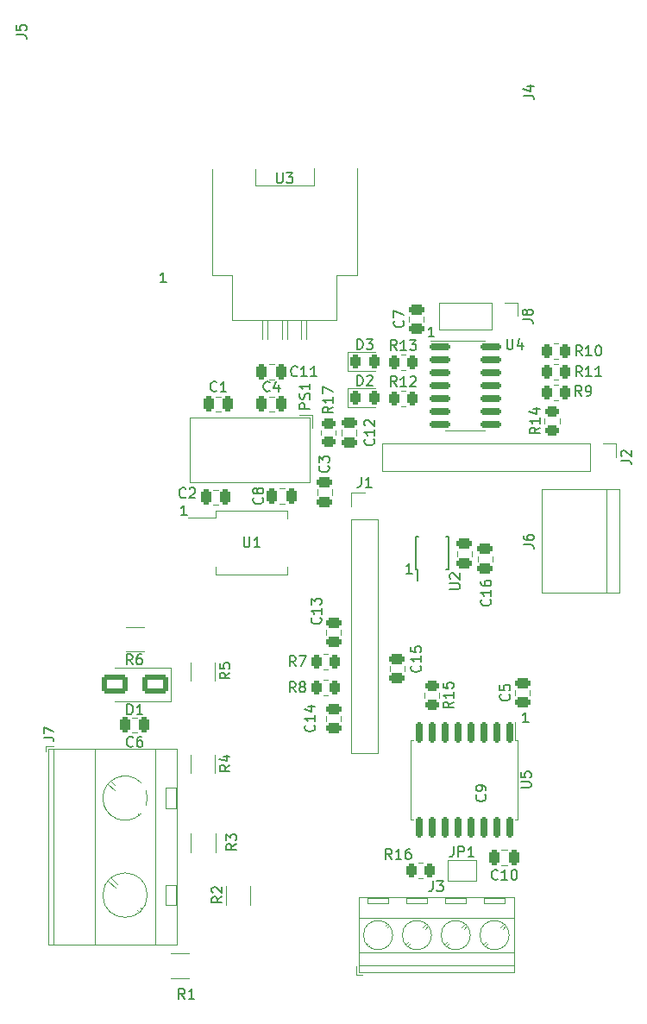
<source format=gbr>
%TF.GenerationSoftware,KiCad,Pcbnew,7.0.5-7.0.5~ubuntu20.04.1*%
%TF.CreationDate,2023-08-05T16:15:12+02:00*%
%TF.ProjectId,diyBMS_CurrentVoltage_ADS1115,64697942-4d53-45f4-9375-7272656e7456,rev?*%
%TF.SameCoordinates,Original*%
%TF.FileFunction,Legend,Top*%
%TF.FilePolarity,Positive*%
%FSLAX46Y46*%
G04 Gerber Fmt 4.6, Leading zero omitted, Abs format (unit mm)*
G04 Created by KiCad (PCBNEW 7.0.5-7.0.5~ubuntu20.04.1) date 2023-08-05 16:15:12*
%MOMM*%
%LPD*%
G01*
G04 APERTURE LIST*
G04 Aperture macros list*
%AMRoundRect*
0 Rectangle with rounded corners*
0 $1 Rounding radius*
0 $2 $3 $4 $5 $6 $7 $8 $9 X,Y pos of 4 corners*
0 Add a 4 corners polygon primitive as box body*
4,1,4,$2,$3,$4,$5,$6,$7,$8,$9,$2,$3,0*
0 Add four circle primitives for the rounded corners*
1,1,$1+$1,$2,$3*
1,1,$1+$1,$4,$5*
1,1,$1+$1,$6,$7*
1,1,$1+$1,$8,$9*
0 Add four rect primitives between the rounded corners*
20,1,$1+$1,$2,$3,$4,$5,0*
20,1,$1+$1,$4,$5,$6,$7,0*
20,1,$1+$1,$6,$7,$8,$9,0*
20,1,$1+$1,$8,$9,$2,$3,0*%
%AMHorizOval*
0 Thick line with rounded ends*
0 $1 width*
0 $2 $3 position (X,Y) of the first rounded end (center of the circle)*
0 $4 $5 position (X,Y) of the second rounded end (center of the circle)*
0 Add line between two ends*
20,1,$1,$2,$3,$4,$5,0*
0 Add two circle primitives to create the rounded ends*
1,1,$1,$2,$3*
1,1,$1,$4,$5*%
G04 Aperture macros list end*
%ADD10C,0.150000*%
%ADD11C,0.120000*%
%ADD12C,0.200000*%
%ADD13RoundRect,0.250000X0.475000X-0.250000X0.475000X0.250000X-0.475000X0.250000X-0.475000X-0.250000X0*%
%ADD14R,2.484000X2.600000*%
%ADD15R,2.600000X2.484000*%
%ADD16RoundRect,0.150000X-0.150000X0.875000X-0.150000X-0.875000X0.150000X-0.875000X0.150000X0.875000X0*%
%ADD17R,1.400000X1.400000*%
%ADD18C,1.400000*%
%ADD19R,1.700000X1.700000*%
%ADD20O,1.700000X1.700000*%
%ADD21C,3.200000*%
%ADD22RoundRect,0.250000X-0.250000X-0.475000X0.250000X-0.475000X0.250000X0.475000X-0.250000X0.475000X0*%
%ADD23RoundRect,0.250000X0.250000X0.475000X-0.250000X0.475000X-0.250000X-0.475000X0.250000X-0.475000X0*%
%ADD24RoundRect,0.250000X-0.475000X0.250000X-0.475000X-0.250000X0.475000X-0.250000X0.475000X0.250000X0*%
%ADD25RoundRect,0.250000X-0.262500X-0.450000X0.262500X-0.450000X0.262500X0.450000X-0.262500X0.450000X0*%
%ADD26RoundRect,0.250000X1.000000X0.650000X-1.000000X0.650000X-1.000000X-0.650000X1.000000X-0.650000X0*%
%ADD27RoundRect,0.250000X0.450000X-0.262500X0.450000X0.262500X-0.450000X0.262500X-0.450000X-0.262500X0*%
%ADD28R,2.600000X2.600000*%
%ADD29C,2.600000*%
%ADD30R,1.905000X0.640000*%
%ADD31R,0.250000X1.100000*%
%ADD32R,1.500000X1.500000*%
%ADD33C,1.500000*%
%ADD34HorizOval,0.800000X0.000000X0.000000X0.000000X0.000000X0*%
%ADD35HorizOval,0.800000X0.000000X0.000000X0.000000X0.000000X0*%
%ADD36C,0.800000*%
%ADD37O,9.000000X6.000000*%
%ADD38RoundRect,0.250000X0.262500X0.450000X-0.262500X0.450000X-0.262500X-0.450000X0.262500X-0.450000X0*%
%ADD39RoundRect,0.243750X-0.243750X-0.456250X0.243750X-0.456250X0.243750X0.456250X-0.243750X0.456250X0*%
%ADD40R,1.000000X1.500000*%
%ADD41RoundRect,0.250000X-0.450000X0.262500X-0.450000X-0.262500X0.450000X-0.262500X0.450000X0.262500X0*%
%ADD42R,3.000000X3.000000*%
%ADD43C,3.000000*%
%ADD44RoundRect,0.150000X-0.825000X-0.150000X0.825000X-0.150000X0.825000X0.150000X-0.825000X0.150000X0*%
%ADD45R,1.750000X2.250000*%
%ADD46O,1.750000X2.250000*%
G04 APERTURE END LIST*
D10*
X38452588Y-55749819D02*
X37881160Y-55749819D01*
X38166874Y-55749819D02*
X38166874Y-54749819D01*
X38166874Y-54749819D02*
X38071636Y-54892676D01*
X38071636Y-54892676D02*
X37976398Y-54987914D01*
X37976398Y-54987914D02*
X37881160Y-55035533D01*
X36420588Y-32889819D02*
X35849160Y-32889819D01*
X36134874Y-32889819D02*
X36134874Y-31889819D01*
X36134874Y-31889819D02*
X36039636Y-32032676D01*
X36039636Y-32032676D02*
X35944398Y-32127914D01*
X35944398Y-32127914D02*
X35849160Y-32175533D01*
X62709588Y-38223819D02*
X62138160Y-38223819D01*
X62423874Y-38223819D02*
X62423874Y-37223819D01*
X62423874Y-37223819D02*
X62328636Y-37366676D01*
X62328636Y-37366676D02*
X62233398Y-37461914D01*
X62233398Y-37461914D02*
X62138160Y-37509533D01*
X71980588Y-76069819D02*
X71409160Y-76069819D01*
X71694874Y-76069819D02*
X71694874Y-75069819D01*
X71694874Y-75069819D02*
X71599636Y-75212676D01*
X71599636Y-75212676D02*
X71504398Y-75307914D01*
X71504398Y-75307914D02*
X71409160Y-75355533D01*
X60550588Y-61464819D02*
X59979160Y-61464819D01*
X60264874Y-61464819D02*
X60264874Y-60464819D01*
X60264874Y-60464819D02*
X60169636Y-60607676D01*
X60169636Y-60607676D02*
X60074398Y-60702914D01*
X60074398Y-60702914D02*
X59979160Y-60750533D01*
%TO.C,C16*%
X68177580Y-64015857D02*
X68225200Y-64063476D01*
X68225200Y-64063476D02*
X68272819Y-64206333D01*
X68272819Y-64206333D02*
X68272819Y-64301571D01*
X68272819Y-64301571D02*
X68225200Y-64444428D01*
X68225200Y-64444428D02*
X68129961Y-64539666D01*
X68129961Y-64539666D02*
X68034723Y-64587285D01*
X68034723Y-64587285D02*
X67844247Y-64634904D01*
X67844247Y-64634904D02*
X67701390Y-64634904D01*
X67701390Y-64634904D02*
X67510914Y-64587285D01*
X67510914Y-64587285D02*
X67415676Y-64539666D01*
X67415676Y-64539666D02*
X67320438Y-64444428D01*
X67320438Y-64444428D02*
X67272819Y-64301571D01*
X67272819Y-64301571D02*
X67272819Y-64206333D01*
X67272819Y-64206333D02*
X67320438Y-64063476D01*
X67320438Y-64063476D02*
X67368057Y-64015857D01*
X68272819Y-63063476D02*
X68272819Y-63634904D01*
X68272819Y-63349190D02*
X67272819Y-63349190D01*
X67272819Y-63349190D02*
X67415676Y-63444428D01*
X67415676Y-63444428D02*
X67510914Y-63539666D01*
X67510914Y-63539666D02*
X67558533Y-63634904D01*
X67272819Y-62206333D02*
X67272819Y-62396809D01*
X67272819Y-62396809D02*
X67320438Y-62492047D01*
X67320438Y-62492047D02*
X67368057Y-62539666D01*
X67368057Y-62539666D02*
X67510914Y-62634904D01*
X67510914Y-62634904D02*
X67701390Y-62682523D01*
X67701390Y-62682523D02*
X68082342Y-62682523D01*
X68082342Y-62682523D02*
X68177580Y-62634904D01*
X68177580Y-62634904D02*
X68225200Y-62587285D01*
X68225200Y-62587285D02*
X68272819Y-62492047D01*
X68272819Y-62492047D02*
X68272819Y-62301571D01*
X68272819Y-62301571D02*
X68225200Y-62206333D01*
X68225200Y-62206333D02*
X68177580Y-62158714D01*
X68177580Y-62158714D02*
X68082342Y-62111095D01*
X68082342Y-62111095D02*
X67844247Y-62111095D01*
X67844247Y-62111095D02*
X67749009Y-62158714D01*
X67749009Y-62158714D02*
X67701390Y-62206333D01*
X67701390Y-62206333D02*
X67653771Y-62301571D01*
X67653771Y-62301571D02*
X67653771Y-62492047D01*
X67653771Y-62492047D02*
X67701390Y-62587285D01*
X67701390Y-62587285D02*
X67749009Y-62634904D01*
X67749009Y-62634904D02*
X67844247Y-62682523D01*
%TO.C,R6*%
X33095333Y-70389319D02*
X32762000Y-69913128D01*
X32523905Y-70389319D02*
X32523905Y-69389319D01*
X32523905Y-69389319D02*
X32904857Y-69389319D01*
X32904857Y-69389319D02*
X33000095Y-69436938D01*
X33000095Y-69436938D02*
X33047714Y-69484557D01*
X33047714Y-69484557D02*
X33095333Y-69579795D01*
X33095333Y-69579795D02*
X33095333Y-69722652D01*
X33095333Y-69722652D02*
X33047714Y-69817890D01*
X33047714Y-69817890D02*
X33000095Y-69865509D01*
X33000095Y-69865509D02*
X32904857Y-69913128D01*
X32904857Y-69913128D02*
X32523905Y-69913128D01*
X33952476Y-69389319D02*
X33762000Y-69389319D01*
X33762000Y-69389319D02*
X33666762Y-69436938D01*
X33666762Y-69436938D02*
X33619143Y-69484557D01*
X33619143Y-69484557D02*
X33523905Y-69627414D01*
X33523905Y-69627414D02*
X33476286Y-69817890D01*
X33476286Y-69817890D02*
X33476286Y-70198842D01*
X33476286Y-70198842D02*
X33523905Y-70294080D01*
X33523905Y-70294080D02*
X33571524Y-70341700D01*
X33571524Y-70341700D02*
X33666762Y-70389319D01*
X33666762Y-70389319D02*
X33857238Y-70389319D01*
X33857238Y-70389319D02*
X33952476Y-70341700D01*
X33952476Y-70341700D02*
X34000095Y-70294080D01*
X34000095Y-70294080D02*
X34047714Y-70198842D01*
X34047714Y-70198842D02*
X34047714Y-69960747D01*
X34047714Y-69960747D02*
X34000095Y-69865509D01*
X34000095Y-69865509D02*
X33952476Y-69817890D01*
X33952476Y-69817890D02*
X33857238Y-69770271D01*
X33857238Y-69770271D02*
X33666762Y-69770271D01*
X33666762Y-69770271D02*
X33571524Y-69817890D01*
X33571524Y-69817890D02*
X33523905Y-69865509D01*
X33523905Y-69865509D02*
X33476286Y-69960747D01*
%TO.C,R5*%
X42654319Y-71176166D02*
X42178128Y-71509499D01*
X42654319Y-71747594D02*
X41654319Y-71747594D01*
X41654319Y-71747594D02*
X41654319Y-71366642D01*
X41654319Y-71366642D02*
X41701938Y-71271404D01*
X41701938Y-71271404D02*
X41749557Y-71223785D01*
X41749557Y-71223785D02*
X41844795Y-71176166D01*
X41844795Y-71176166D02*
X41987652Y-71176166D01*
X41987652Y-71176166D02*
X42082890Y-71223785D01*
X42082890Y-71223785D02*
X42130509Y-71271404D01*
X42130509Y-71271404D02*
X42178128Y-71366642D01*
X42178128Y-71366642D02*
X42178128Y-71747594D01*
X41654319Y-70271404D02*
X41654319Y-70747594D01*
X41654319Y-70747594D02*
X42130509Y-70795213D01*
X42130509Y-70795213D02*
X42082890Y-70747594D01*
X42082890Y-70747594D02*
X42035271Y-70652356D01*
X42035271Y-70652356D02*
X42035271Y-70414261D01*
X42035271Y-70414261D02*
X42082890Y-70319023D01*
X42082890Y-70319023D02*
X42130509Y-70271404D01*
X42130509Y-70271404D02*
X42225747Y-70223785D01*
X42225747Y-70223785D02*
X42463842Y-70223785D01*
X42463842Y-70223785D02*
X42559080Y-70271404D01*
X42559080Y-70271404D02*
X42606700Y-70319023D01*
X42606700Y-70319023D02*
X42654319Y-70414261D01*
X42654319Y-70414261D02*
X42654319Y-70652356D01*
X42654319Y-70652356D02*
X42606700Y-70747594D01*
X42606700Y-70747594D02*
X42559080Y-70795213D01*
%TO.C,R3*%
X43289319Y-88003166D02*
X42813128Y-88336499D01*
X43289319Y-88574594D02*
X42289319Y-88574594D01*
X42289319Y-88574594D02*
X42289319Y-88193642D01*
X42289319Y-88193642D02*
X42336938Y-88098404D01*
X42336938Y-88098404D02*
X42384557Y-88050785D01*
X42384557Y-88050785D02*
X42479795Y-88003166D01*
X42479795Y-88003166D02*
X42622652Y-88003166D01*
X42622652Y-88003166D02*
X42717890Y-88050785D01*
X42717890Y-88050785D02*
X42765509Y-88098404D01*
X42765509Y-88098404D02*
X42813128Y-88193642D01*
X42813128Y-88193642D02*
X42813128Y-88574594D01*
X42289319Y-87669832D02*
X42289319Y-87050785D01*
X42289319Y-87050785D02*
X42670271Y-87384118D01*
X42670271Y-87384118D02*
X42670271Y-87241261D01*
X42670271Y-87241261D02*
X42717890Y-87146023D01*
X42717890Y-87146023D02*
X42765509Y-87098404D01*
X42765509Y-87098404D02*
X42860747Y-87050785D01*
X42860747Y-87050785D02*
X43098842Y-87050785D01*
X43098842Y-87050785D02*
X43194080Y-87098404D01*
X43194080Y-87098404D02*
X43241700Y-87146023D01*
X43241700Y-87146023D02*
X43289319Y-87241261D01*
X43289319Y-87241261D02*
X43289319Y-87526975D01*
X43289319Y-87526975D02*
X43241700Y-87622213D01*
X43241700Y-87622213D02*
X43194080Y-87669832D01*
%TO.C,R4*%
X42654319Y-80256166D02*
X42178128Y-80589499D01*
X42654319Y-80827594D02*
X41654319Y-80827594D01*
X41654319Y-80827594D02*
X41654319Y-80446642D01*
X41654319Y-80446642D02*
X41701938Y-80351404D01*
X41701938Y-80351404D02*
X41749557Y-80303785D01*
X41749557Y-80303785D02*
X41844795Y-80256166D01*
X41844795Y-80256166D02*
X41987652Y-80256166D01*
X41987652Y-80256166D02*
X42082890Y-80303785D01*
X42082890Y-80303785D02*
X42130509Y-80351404D01*
X42130509Y-80351404D02*
X42178128Y-80446642D01*
X42178128Y-80446642D02*
X42178128Y-80827594D01*
X41987652Y-79399023D02*
X42654319Y-79399023D01*
X41606700Y-79637118D02*
X42320985Y-79875213D01*
X42320985Y-79875213D02*
X42320985Y-79256166D01*
%TO.C,R1*%
X38222833Y-103200319D02*
X37889500Y-102724128D01*
X37651405Y-103200319D02*
X37651405Y-102200319D01*
X37651405Y-102200319D02*
X38032357Y-102200319D01*
X38032357Y-102200319D02*
X38127595Y-102247938D01*
X38127595Y-102247938D02*
X38175214Y-102295557D01*
X38175214Y-102295557D02*
X38222833Y-102390795D01*
X38222833Y-102390795D02*
X38222833Y-102533652D01*
X38222833Y-102533652D02*
X38175214Y-102628890D01*
X38175214Y-102628890D02*
X38127595Y-102676509D01*
X38127595Y-102676509D02*
X38032357Y-102724128D01*
X38032357Y-102724128D02*
X37651405Y-102724128D01*
X39175214Y-103200319D02*
X38603786Y-103200319D01*
X38889500Y-103200319D02*
X38889500Y-102200319D01*
X38889500Y-102200319D02*
X38794262Y-102343176D01*
X38794262Y-102343176D02*
X38699024Y-102438414D01*
X38699024Y-102438414D02*
X38603786Y-102486033D01*
%TO.C,R2*%
X41874319Y-93173166D02*
X41398128Y-93506499D01*
X41874319Y-93744594D02*
X40874319Y-93744594D01*
X40874319Y-93744594D02*
X40874319Y-93363642D01*
X40874319Y-93363642D02*
X40921938Y-93268404D01*
X40921938Y-93268404D02*
X40969557Y-93220785D01*
X40969557Y-93220785D02*
X41064795Y-93173166D01*
X41064795Y-93173166D02*
X41207652Y-93173166D01*
X41207652Y-93173166D02*
X41302890Y-93220785D01*
X41302890Y-93220785D02*
X41350509Y-93268404D01*
X41350509Y-93268404D02*
X41398128Y-93363642D01*
X41398128Y-93363642D02*
X41398128Y-93744594D01*
X40969557Y-92792213D02*
X40921938Y-92744594D01*
X40921938Y-92744594D02*
X40874319Y-92649356D01*
X40874319Y-92649356D02*
X40874319Y-92411261D01*
X40874319Y-92411261D02*
X40921938Y-92316023D01*
X40921938Y-92316023D02*
X40969557Y-92268404D01*
X40969557Y-92268404D02*
X41064795Y-92220785D01*
X41064795Y-92220785D02*
X41160033Y-92220785D01*
X41160033Y-92220785D02*
X41302890Y-92268404D01*
X41302890Y-92268404D02*
X41874319Y-92839832D01*
X41874319Y-92839832D02*
X41874319Y-92220785D01*
%TO.C,U5*%
X71213819Y-82471904D02*
X72023342Y-82471904D01*
X72023342Y-82471904D02*
X72118580Y-82424285D01*
X72118580Y-82424285D02*
X72166200Y-82376666D01*
X72166200Y-82376666D02*
X72213819Y-82281428D01*
X72213819Y-82281428D02*
X72213819Y-82090952D01*
X72213819Y-82090952D02*
X72166200Y-81995714D01*
X72166200Y-81995714D02*
X72118580Y-81948095D01*
X72118580Y-81948095D02*
X72023342Y-81900476D01*
X72023342Y-81900476D02*
X71213819Y-81900476D01*
X71213819Y-80948095D02*
X71213819Y-81424285D01*
X71213819Y-81424285D02*
X71690009Y-81471904D01*
X71690009Y-81471904D02*
X71642390Y-81424285D01*
X71642390Y-81424285D02*
X71594771Y-81329047D01*
X71594771Y-81329047D02*
X71594771Y-81090952D01*
X71594771Y-81090952D02*
X71642390Y-80995714D01*
X71642390Y-80995714D02*
X71690009Y-80948095D01*
X71690009Y-80948095D02*
X71785247Y-80900476D01*
X71785247Y-80900476D02*
X72023342Y-80900476D01*
X72023342Y-80900476D02*
X72118580Y-80948095D01*
X72118580Y-80948095D02*
X72166200Y-80995714D01*
X72166200Y-80995714D02*
X72213819Y-81090952D01*
X72213819Y-81090952D02*
X72213819Y-81329047D01*
X72213819Y-81329047D02*
X72166200Y-81424285D01*
X72166200Y-81424285D02*
X72118580Y-81471904D01*
%TO.C,J3*%
X62575666Y-91644819D02*
X62575666Y-92359104D01*
X62575666Y-92359104D02*
X62528047Y-92501961D01*
X62528047Y-92501961D02*
X62432809Y-92597200D01*
X62432809Y-92597200D02*
X62289952Y-92644819D01*
X62289952Y-92644819D02*
X62194714Y-92644819D01*
X62956619Y-91644819D02*
X63575666Y-91644819D01*
X63575666Y-91644819D02*
X63242333Y-92025771D01*
X63242333Y-92025771D02*
X63385190Y-92025771D01*
X63385190Y-92025771D02*
X63480428Y-92073390D01*
X63480428Y-92073390D02*
X63528047Y-92121009D01*
X63528047Y-92121009D02*
X63575666Y-92216247D01*
X63575666Y-92216247D02*
X63575666Y-92454342D01*
X63575666Y-92454342D02*
X63528047Y-92549580D01*
X63528047Y-92549580D02*
X63480428Y-92597200D01*
X63480428Y-92597200D02*
X63385190Y-92644819D01*
X63385190Y-92644819D02*
X63099476Y-92644819D01*
X63099476Y-92644819D02*
X63004238Y-92597200D01*
X63004238Y-92597200D02*
X62956619Y-92549580D01*
%TO.C,J8*%
X71380819Y-36528333D02*
X72095104Y-36528333D01*
X72095104Y-36528333D02*
X72237961Y-36575952D01*
X72237961Y-36575952D02*
X72333200Y-36671190D01*
X72333200Y-36671190D02*
X72380819Y-36814047D01*
X72380819Y-36814047D02*
X72380819Y-36909285D01*
X71809390Y-35909285D02*
X71761771Y-36004523D01*
X71761771Y-36004523D02*
X71714152Y-36052142D01*
X71714152Y-36052142D02*
X71618914Y-36099761D01*
X71618914Y-36099761D02*
X71571295Y-36099761D01*
X71571295Y-36099761D02*
X71476057Y-36052142D01*
X71476057Y-36052142D02*
X71428438Y-36004523D01*
X71428438Y-36004523D02*
X71380819Y-35909285D01*
X71380819Y-35909285D02*
X71380819Y-35718809D01*
X71380819Y-35718809D02*
X71428438Y-35623571D01*
X71428438Y-35623571D02*
X71476057Y-35575952D01*
X71476057Y-35575952D02*
X71571295Y-35528333D01*
X71571295Y-35528333D02*
X71618914Y-35528333D01*
X71618914Y-35528333D02*
X71714152Y-35575952D01*
X71714152Y-35575952D02*
X71761771Y-35623571D01*
X71761771Y-35623571D02*
X71809390Y-35718809D01*
X71809390Y-35718809D02*
X71809390Y-35909285D01*
X71809390Y-35909285D02*
X71857009Y-36004523D01*
X71857009Y-36004523D02*
X71904628Y-36052142D01*
X71904628Y-36052142D02*
X71999866Y-36099761D01*
X71999866Y-36099761D02*
X72190342Y-36099761D01*
X72190342Y-36099761D02*
X72285580Y-36052142D01*
X72285580Y-36052142D02*
X72333200Y-36004523D01*
X72333200Y-36004523D02*
X72380819Y-35909285D01*
X72380819Y-35909285D02*
X72380819Y-35718809D01*
X72380819Y-35718809D02*
X72333200Y-35623571D01*
X72333200Y-35623571D02*
X72285580Y-35575952D01*
X72285580Y-35575952D02*
X72190342Y-35528333D01*
X72190342Y-35528333D02*
X71999866Y-35528333D01*
X71999866Y-35528333D02*
X71904628Y-35575952D01*
X71904628Y-35575952D02*
X71857009Y-35623571D01*
X71857009Y-35623571D02*
X71809390Y-35718809D01*
%TO.C,C3*%
X52302580Y-50900666D02*
X52350200Y-50948285D01*
X52350200Y-50948285D02*
X52397819Y-51091142D01*
X52397819Y-51091142D02*
X52397819Y-51186380D01*
X52397819Y-51186380D02*
X52350200Y-51329237D01*
X52350200Y-51329237D02*
X52254961Y-51424475D01*
X52254961Y-51424475D02*
X52159723Y-51472094D01*
X52159723Y-51472094D02*
X51969247Y-51519713D01*
X51969247Y-51519713D02*
X51826390Y-51519713D01*
X51826390Y-51519713D02*
X51635914Y-51472094D01*
X51635914Y-51472094D02*
X51540676Y-51424475D01*
X51540676Y-51424475D02*
X51445438Y-51329237D01*
X51445438Y-51329237D02*
X51397819Y-51186380D01*
X51397819Y-51186380D02*
X51397819Y-51091142D01*
X51397819Y-51091142D02*
X51445438Y-50948285D01*
X51445438Y-50948285D02*
X51493057Y-50900666D01*
X51397819Y-50567332D02*
X51397819Y-49948285D01*
X51397819Y-49948285D02*
X51778771Y-50281618D01*
X51778771Y-50281618D02*
X51778771Y-50138761D01*
X51778771Y-50138761D02*
X51826390Y-50043523D01*
X51826390Y-50043523D02*
X51874009Y-49995904D01*
X51874009Y-49995904D02*
X51969247Y-49948285D01*
X51969247Y-49948285D02*
X52207342Y-49948285D01*
X52207342Y-49948285D02*
X52302580Y-49995904D01*
X52302580Y-49995904D02*
X52350200Y-50043523D01*
X52350200Y-50043523D02*
X52397819Y-50138761D01*
X52397819Y-50138761D02*
X52397819Y-50424475D01*
X52397819Y-50424475D02*
X52350200Y-50519713D01*
X52350200Y-50519713D02*
X52302580Y-50567332D01*
%TO.C,J5*%
X21679819Y-8588333D02*
X22394104Y-8588333D01*
X22394104Y-8588333D02*
X22536961Y-8635952D01*
X22536961Y-8635952D02*
X22632200Y-8731190D01*
X22632200Y-8731190D02*
X22679819Y-8874047D01*
X22679819Y-8874047D02*
X22679819Y-8969285D01*
X21679819Y-7635952D02*
X21679819Y-8112142D01*
X21679819Y-8112142D02*
X22156009Y-8159761D01*
X22156009Y-8159761D02*
X22108390Y-8112142D01*
X22108390Y-8112142D02*
X22060771Y-8016904D01*
X22060771Y-8016904D02*
X22060771Y-7778809D01*
X22060771Y-7778809D02*
X22108390Y-7683571D01*
X22108390Y-7683571D02*
X22156009Y-7635952D01*
X22156009Y-7635952D02*
X22251247Y-7588333D01*
X22251247Y-7588333D02*
X22489342Y-7588333D01*
X22489342Y-7588333D02*
X22584580Y-7635952D01*
X22584580Y-7635952D02*
X22632200Y-7683571D01*
X22632200Y-7683571D02*
X22679819Y-7778809D01*
X22679819Y-7778809D02*
X22679819Y-8016904D01*
X22679819Y-8016904D02*
X22632200Y-8112142D01*
X22632200Y-8112142D02*
X22584580Y-8159761D01*
%TO.C,C10*%
X68936142Y-91418580D02*
X68888523Y-91466200D01*
X68888523Y-91466200D02*
X68745666Y-91513819D01*
X68745666Y-91513819D02*
X68650428Y-91513819D01*
X68650428Y-91513819D02*
X68507571Y-91466200D01*
X68507571Y-91466200D02*
X68412333Y-91370961D01*
X68412333Y-91370961D02*
X68364714Y-91275723D01*
X68364714Y-91275723D02*
X68317095Y-91085247D01*
X68317095Y-91085247D02*
X68317095Y-90942390D01*
X68317095Y-90942390D02*
X68364714Y-90751914D01*
X68364714Y-90751914D02*
X68412333Y-90656676D01*
X68412333Y-90656676D02*
X68507571Y-90561438D01*
X68507571Y-90561438D02*
X68650428Y-90513819D01*
X68650428Y-90513819D02*
X68745666Y-90513819D01*
X68745666Y-90513819D02*
X68888523Y-90561438D01*
X68888523Y-90561438D02*
X68936142Y-90609057D01*
X69888523Y-91513819D02*
X69317095Y-91513819D01*
X69602809Y-91513819D02*
X69602809Y-90513819D01*
X69602809Y-90513819D02*
X69507571Y-90656676D01*
X69507571Y-90656676D02*
X69412333Y-90751914D01*
X69412333Y-90751914D02*
X69317095Y-90799533D01*
X70507571Y-90513819D02*
X70602809Y-90513819D01*
X70602809Y-90513819D02*
X70698047Y-90561438D01*
X70698047Y-90561438D02*
X70745666Y-90609057D01*
X70745666Y-90609057D02*
X70793285Y-90704295D01*
X70793285Y-90704295D02*
X70840904Y-90894771D01*
X70840904Y-90894771D02*
X70840904Y-91132866D01*
X70840904Y-91132866D02*
X70793285Y-91323342D01*
X70793285Y-91323342D02*
X70745666Y-91418580D01*
X70745666Y-91418580D02*
X70698047Y-91466200D01*
X70698047Y-91466200D02*
X70602809Y-91513819D01*
X70602809Y-91513819D02*
X70507571Y-91513819D01*
X70507571Y-91513819D02*
X70412333Y-91466200D01*
X70412333Y-91466200D02*
X70364714Y-91418580D01*
X70364714Y-91418580D02*
X70317095Y-91323342D01*
X70317095Y-91323342D02*
X70269476Y-91132866D01*
X70269476Y-91132866D02*
X70269476Y-90894771D01*
X70269476Y-90894771D02*
X70317095Y-90704295D01*
X70317095Y-90704295D02*
X70364714Y-90609057D01*
X70364714Y-90609057D02*
X70412333Y-90561438D01*
X70412333Y-90561438D02*
X70507571Y-90513819D01*
%TO.C,C8*%
X45825580Y-54014666D02*
X45873200Y-54062285D01*
X45873200Y-54062285D02*
X45920819Y-54205142D01*
X45920819Y-54205142D02*
X45920819Y-54300380D01*
X45920819Y-54300380D02*
X45873200Y-54443237D01*
X45873200Y-54443237D02*
X45777961Y-54538475D01*
X45777961Y-54538475D02*
X45682723Y-54586094D01*
X45682723Y-54586094D02*
X45492247Y-54633713D01*
X45492247Y-54633713D02*
X45349390Y-54633713D01*
X45349390Y-54633713D02*
X45158914Y-54586094D01*
X45158914Y-54586094D02*
X45063676Y-54538475D01*
X45063676Y-54538475D02*
X44968438Y-54443237D01*
X44968438Y-54443237D02*
X44920819Y-54300380D01*
X44920819Y-54300380D02*
X44920819Y-54205142D01*
X44920819Y-54205142D02*
X44968438Y-54062285D01*
X44968438Y-54062285D02*
X45016057Y-54014666D01*
X45349390Y-53443237D02*
X45301771Y-53538475D01*
X45301771Y-53538475D02*
X45254152Y-53586094D01*
X45254152Y-53586094D02*
X45158914Y-53633713D01*
X45158914Y-53633713D02*
X45111295Y-53633713D01*
X45111295Y-53633713D02*
X45016057Y-53586094D01*
X45016057Y-53586094D02*
X44968438Y-53538475D01*
X44968438Y-53538475D02*
X44920819Y-53443237D01*
X44920819Y-53443237D02*
X44920819Y-53252761D01*
X44920819Y-53252761D02*
X44968438Y-53157523D01*
X44968438Y-53157523D02*
X45016057Y-53109904D01*
X45016057Y-53109904D02*
X45111295Y-53062285D01*
X45111295Y-53062285D02*
X45158914Y-53062285D01*
X45158914Y-53062285D02*
X45254152Y-53109904D01*
X45254152Y-53109904D02*
X45301771Y-53157523D01*
X45301771Y-53157523D02*
X45349390Y-53252761D01*
X45349390Y-53252761D02*
X45349390Y-53443237D01*
X45349390Y-53443237D02*
X45397009Y-53538475D01*
X45397009Y-53538475D02*
X45444628Y-53586094D01*
X45444628Y-53586094D02*
X45539866Y-53633713D01*
X45539866Y-53633713D02*
X45730342Y-53633713D01*
X45730342Y-53633713D02*
X45825580Y-53586094D01*
X45825580Y-53586094D02*
X45873200Y-53538475D01*
X45873200Y-53538475D02*
X45920819Y-53443237D01*
X45920819Y-53443237D02*
X45920819Y-53252761D01*
X45920819Y-53252761D02*
X45873200Y-53157523D01*
X45873200Y-53157523D02*
X45825580Y-53109904D01*
X45825580Y-53109904D02*
X45730342Y-53062285D01*
X45730342Y-53062285D02*
X45539866Y-53062285D01*
X45539866Y-53062285D02*
X45444628Y-53109904D01*
X45444628Y-53109904D02*
X45397009Y-53157523D01*
X45397009Y-53157523D02*
X45349390Y-53252761D01*
%TO.C,C6*%
X33145333Y-78369080D02*
X33097714Y-78416700D01*
X33097714Y-78416700D02*
X32954857Y-78464319D01*
X32954857Y-78464319D02*
X32859619Y-78464319D01*
X32859619Y-78464319D02*
X32716762Y-78416700D01*
X32716762Y-78416700D02*
X32621524Y-78321461D01*
X32621524Y-78321461D02*
X32573905Y-78226223D01*
X32573905Y-78226223D02*
X32526286Y-78035747D01*
X32526286Y-78035747D02*
X32526286Y-77892890D01*
X32526286Y-77892890D02*
X32573905Y-77702414D01*
X32573905Y-77702414D02*
X32621524Y-77607176D01*
X32621524Y-77607176D02*
X32716762Y-77511938D01*
X32716762Y-77511938D02*
X32859619Y-77464319D01*
X32859619Y-77464319D02*
X32954857Y-77464319D01*
X32954857Y-77464319D02*
X33097714Y-77511938D01*
X33097714Y-77511938D02*
X33145333Y-77559557D01*
X34002476Y-77464319D02*
X33812000Y-77464319D01*
X33812000Y-77464319D02*
X33716762Y-77511938D01*
X33716762Y-77511938D02*
X33669143Y-77559557D01*
X33669143Y-77559557D02*
X33573905Y-77702414D01*
X33573905Y-77702414D02*
X33526286Y-77892890D01*
X33526286Y-77892890D02*
X33526286Y-78273842D01*
X33526286Y-78273842D02*
X33573905Y-78369080D01*
X33573905Y-78369080D02*
X33621524Y-78416700D01*
X33621524Y-78416700D02*
X33716762Y-78464319D01*
X33716762Y-78464319D02*
X33907238Y-78464319D01*
X33907238Y-78464319D02*
X34002476Y-78416700D01*
X34002476Y-78416700D02*
X34050095Y-78369080D01*
X34050095Y-78369080D02*
X34097714Y-78273842D01*
X34097714Y-78273842D02*
X34097714Y-78035747D01*
X34097714Y-78035747D02*
X34050095Y-77940509D01*
X34050095Y-77940509D02*
X34002476Y-77892890D01*
X34002476Y-77892890D02*
X33907238Y-77845271D01*
X33907238Y-77845271D02*
X33716762Y-77845271D01*
X33716762Y-77845271D02*
X33621524Y-77892890D01*
X33621524Y-77892890D02*
X33573905Y-77940509D01*
X33573905Y-77940509D02*
X33526286Y-78035747D01*
%TO.C,C9*%
X67698580Y-83178666D02*
X67746200Y-83226285D01*
X67746200Y-83226285D02*
X67793819Y-83369142D01*
X67793819Y-83369142D02*
X67793819Y-83464380D01*
X67793819Y-83464380D02*
X67746200Y-83607237D01*
X67746200Y-83607237D02*
X67650961Y-83702475D01*
X67650961Y-83702475D02*
X67555723Y-83750094D01*
X67555723Y-83750094D02*
X67365247Y-83797713D01*
X67365247Y-83797713D02*
X67222390Y-83797713D01*
X67222390Y-83797713D02*
X67031914Y-83750094D01*
X67031914Y-83750094D02*
X66936676Y-83702475D01*
X66936676Y-83702475D02*
X66841438Y-83607237D01*
X66841438Y-83607237D02*
X66793819Y-83464380D01*
X66793819Y-83464380D02*
X66793819Y-83369142D01*
X66793819Y-83369142D02*
X66841438Y-83226285D01*
X66841438Y-83226285D02*
X66889057Y-83178666D01*
X67793819Y-82702475D02*
X67793819Y-82511999D01*
X67793819Y-82511999D02*
X67746200Y-82416761D01*
X67746200Y-82416761D02*
X67698580Y-82369142D01*
X67698580Y-82369142D02*
X67555723Y-82273904D01*
X67555723Y-82273904D02*
X67365247Y-82226285D01*
X67365247Y-82226285D02*
X66984295Y-82226285D01*
X66984295Y-82226285D02*
X66889057Y-82273904D01*
X66889057Y-82273904D02*
X66841438Y-82321523D01*
X66841438Y-82321523D02*
X66793819Y-82416761D01*
X66793819Y-82416761D02*
X66793819Y-82607237D01*
X66793819Y-82607237D02*
X66841438Y-82702475D01*
X66841438Y-82702475D02*
X66889057Y-82750094D01*
X66889057Y-82750094D02*
X66984295Y-82797713D01*
X66984295Y-82797713D02*
X67222390Y-82797713D01*
X67222390Y-82797713D02*
X67317628Y-82750094D01*
X67317628Y-82750094D02*
X67365247Y-82702475D01*
X67365247Y-82702475D02*
X67412866Y-82607237D01*
X67412866Y-82607237D02*
X67412866Y-82416761D01*
X67412866Y-82416761D02*
X67365247Y-82321523D01*
X67365247Y-82321523D02*
X67317628Y-82273904D01*
X67317628Y-82273904D02*
X67222390Y-82226285D01*
%TO.C,C5*%
X70053580Y-73306666D02*
X70101200Y-73354285D01*
X70101200Y-73354285D02*
X70148819Y-73497142D01*
X70148819Y-73497142D02*
X70148819Y-73592380D01*
X70148819Y-73592380D02*
X70101200Y-73735237D01*
X70101200Y-73735237D02*
X70005961Y-73830475D01*
X70005961Y-73830475D02*
X69910723Y-73878094D01*
X69910723Y-73878094D02*
X69720247Y-73925713D01*
X69720247Y-73925713D02*
X69577390Y-73925713D01*
X69577390Y-73925713D02*
X69386914Y-73878094D01*
X69386914Y-73878094D02*
X69291676Y-73830475D01*
X69291676Y-73830475D02*
X69196438Y-73735237D01*
X69196438Y-73735237D02*
X69148819Y-73592380D01*
X69148819Y-73592380D02*
X69148819Y-73497142D01*
X69148819Y-73497142D02*
X69196438Y-73354285D01*
X69196438Y-73354285D02*
X69244057Y-73306666D01*
X69148819Y-72401904D02*
X69148819Y-72878094D01*
X69148819Y-72878094D02*
X69625009Y-72925713D01*
X69625009Y-72925713D02*
X69577390Y-72878094D01*
X69577390Y-72878094D02*
X69529771Y-72782856D01*
X69529771Y-72782856D02*
X69529771Y-72544761D01*
X69529771Y-72544761D02*
X69577390Y-72449523D01*
X69577390Y-72449523D02*
X69625009Y-72401904D01*
X69625009Y-72401904D02*
X69720247Y-72354285D01*
X69720247Y-72354285D02*
X69958342Y-72354285D01*
X69958342Y-72354285D02*
X70053580Y-72401904D01*
X70053580Y-72401904D02*
X70101200Y-72449523D01*
X70101200Y-72449523D02*
X70148819Y-72544761D01*
X70148819Y-72544761D02*
X70148819Y-72782856D01*
X70148819Y-72782856D02*
X70101200Y-72878094D01*
X70101200Y-72878094D02*
X70053580Y-72925713D01*
%TO.C,C13*%
X51540580Y-65793857D02*
X51588200Y-65841476D01*
X51588200Y-65841476D02*
X51635819Y-65984333D01*
X51635819Y-65984333D02*
X51635819Y-66079571D01*
X51635819Y-66079571D02*
X51588200Y-66222428D01*
X51588200Y-66222428D02*
X51492961Y-66317666D01*
X51492961Y-66317666D02*
X51397723Y-66365285D01*
X51397723Y-66365285D02*
X51207247Y-66412904D01*
X51207247Y-66412904D02*
X51064390Y-66412904D01*
X51064390Y-66412904D02*
X50873914Y-66365285D01*
X50873914Y-66365285D02*
X50778676Y-66317666D01*
X50778676Y-66317666D02*
X50683438Y-66222428D01*
X50683438Y-66222428D02*
X50635819Y-66079571D01*
X50635819Y-66079571D02*
X50635819Y-65984333D01*
X50635819Y-65984333D02*
X50683438Y-65841476D01*
X50683438Y-65841476D02*
X50731057Y-65793857D01*
X51635819Y-64841476D02*
X51635819Y-65412904D01*
X51635819Y-65127190D02*
X50635819Y-65127190D01*
X50635819Y-65127190D02*
X50778676Y-65222428D01*
X50778676Y-65222428D02*
X50873914Y-65317666D01*
X50873914Y-65317666D02*
X50921533Y-65412904D01*
X50635819Y-64508142D02*
X50635819Y-63889095D01*
X50635819Y-63889095D02*
X51016771Y-64222428D01*
X51016771Y-64222428D02*
X51016771Y-64079571D01*
X51016771Y-64079571D02*
X51064390Y-63984333D01*
X51064390Y-63984333D02*
X51112009Y-63936714D01*
X51112009Y-63936714D02*
X51207247Y-63889095D01*
X51207247Y-63889095D02*
X51445342Y-63889095D01*
X51445342Y-63889095D02*
X51540580Y-63936714D01*
X51540580Y-63936714D02*
X51588200Y-63984333D01*
X51588200Y-63984333D02*
X51635819Y-64079571D01*
X51635819Y-64079571D02*
X51635819Y-64365285D01*
X51635819Y-64365285D02*
X51588200Y-64460523D01*
X51588200Y-64460523D02*
X51540580Y-64508142D01*
%TO.C,C11*%
X49268142Y-42015580D02*
X49220523Y-42063200D01*
X49220523Y-42063200D02*
X49077666Y-42110819D01*
X49077666Y-42110819D02*
X48982428Y-42110819D01*
X48982428Y-42110819D02*
X48839571Y-42063200D01*
X48839571Y-42063200D02*
X48744333Y-41967961D01*
X48744333Y-41967961D02*
X48696714Y-41872723D01*
X48696714Y-41872723D02*
X48649095Y-41682247D01*
X48649095Y-41682247D02*
X48649095Y-41539390D01*
X48649095Y-41539390D02*
X48696714Y-41348914D01*
X48696714Y-41348914D02*
X48744333Y-41253676D01*
X48744333Y-41253676D02*
X48839571Y-41158438D01*
X48839571Y-41158438D02*
X48982428Y-41110819D01*
X48982428Y-41110819D02*
X49077666Y-41110819D01*
X49077666Y-41110819D02*
X49220523Y-41158438D01*
X49220523Y-41158438D02*
X49268142Y-41206057D01*
X50220523Y-42110819D02*
X49649095Y-42110819D01*
X49934809Y-42110819D02*
X49934809Y-41110819D01*
X49934809Y-41110819D02*
X49839571Y-41253676D01*
X49839571Y-41253676D02*
X49744333Y-41348914D01*
X49744333Y-41348914D02*
X49649095Y-41396533D01*
X51172904Y-42110819D02*
X50601476Y-42110819D01*
X50887190Y-42110819D02*
X50887190Y-41110819D01*
X50887190Y-41110819D02*
X50791952Y-41253676D01*
X50791952Y-41253676D02*
X50696714Y-41348914D01*
X50696714Y-41348914D02*
X50601476Y-41396533D01*
%TO.C,R8*%
X49109333Y-73098819D02*
X48776000Y-72622628D01*
X48537905Y-73098819D02*
X48537905Y-72098819D01*
X48537905Y-72098819D02*
X48918857Y-72098819D01*
X48918857Y-72098819D02*
X49014095Y-72146438D01*
X49014095Y-72146438D02*
X49061714Y-72194057D01*
X49061714Y-72194057D02*
X49109333Y-72289295D01*
X49109333Y-72289295D02*
X49109333Y-72432152D01*
X49109333Y-72432152D02*
X49061714Y-72527390D01*
X49061714Y-72527390D02*
X49014095Y-72575009D01*
X49014095Y-72575009D02*
X48918857Y-72622628D01*
X48918857Y-72622628D02*
X48537905Y-72622628D01*
X49680762Y-72527390D02*
X49585524Y-72479771D01*
X49585524Y-72479771D02*
X49537905Y-72432152D01*
X49537905Y-72432152D02*
X49490286Y-72336914D01*
X49490286Y-72336914D02*
X49490286Y-72289295D01*
X49490286Y-72289295D02*
X49537905Y-72194057D01*
X49537905Y-72194057D02*
X49585524Y-72146438D01*
X49585524Y-72146438D02*
X49680762Y-72098819D01*
X49680762Y-72098819D02*
X49871238Y-72098819D01*
X49871238Y-72098819D02*
X49966476Y-72146438D01*
X49966476Y-72146438D02*
X50014095Y-72194057D01*
X50014095Y-72194057D02*
X50061714Y-72289295D01*
X50061714Y-72289295D02*
X50061714Y-72336914D01*
X50061714Y-72336914D02*
X50014095Y-72432152D01*
X50014095Y-72432152D02*
X49966476Y-72479771D01*
X49966476Y-72479771D02*
X49871238Y-72527390D01*
X49871238Y-72527390D02*
X49680762Y-72527390D01*
X49680762Y-72527390D02*
X49585524Y-72575009D01*
X49585524Y-72575009D02*
X49537905Y-72622628D01*
X49537905Y-72622628D02*
X49490286Y-72717866D01*
X49490286Y-72717866D02*
X49490286Y-72908342D01*
X49490286Y-72908342D02*
X49537905Y-73003580D01*
X49537905Y-73003580D02*
X49585524Y-73051200D01*
X49585524Y-73051200D02*
X49680762Y-73098819D01*
X49680762Y-73098819D02*
X49871238Y-73098819D01*
X49871238Y-73098819D02*
X49966476Y-73051200D01*
X49966476Y-73051200D02*
X50014095Y-73003580D01*
X50014095Y-73003580D02*
X50061714Y-72908342D01*
X50061714Y-72908342D02*
X50061714Y-72717866D01*
X50061714Y-72717866D02*
X50014095Y-72622628D01*
X50014095Y-72622628D02*
X49966476Y-72575009D01*
X49966476Y-72575009D02*
X49871238Y-72527390D01*
%TO.C,D1*%
X32573905Y-75284319D02*
X32573905Y-74284319D01*
X32573905Y-74284319D02*
X32812000Y-74284319D01*
X32812000Y-74284319D02*
X32954857Y-74331938D01*
X32954857Y-74331938D02*
X33050095Y-74427176D01*
X33050095Y-74427176D02*
X33097714Y-74522414D01*
X33097714Y-74522414D02*
X33145333Y-74712890D01*
X33145333Y-74712890D02*
X33145333Y-74855747D01*
X33145333Y-74855747D02*
X33097714Y-75046223D01*
X33097714Y-75046223D02*
X33050095Y-75141461D01*
X33050095Y-75141461D02*
X32954857Y-75236700D01*
X32954857Y-75236700D02*
X32812000Y-75284319D01*
X32812000Y-75284319D02*
X32573905Y-75284319D01*
X34097714Y-75284319D02*
X33526286Y-75284319D01*
X33812000Y-75284319D02*
X33812000Y-74284319D01*
X33812000Y-74284319D02*
X33716762Y-74427176D01*
X33716762Y-74427176D02*
X33621524Y-74522414D01*
X33621524Y-74522414D02*
X33526286Y-74570033D01*
%TO.C,C1*%
X41362333Y-43510580D02*
X41314714Y-43558200D01*
X41314714Y-43558200D02*
X41171857Y-43605819D01*
X41171857Y-43605819D02*
X41076619Y-43605819D01*
X41076619Y-43605819D02*
X40933762Y-43558200D01*
X40933762Y-43558200D02*
X40838524Y-43462961D01*
X40838524Y-43462961D02*
X40790905Y-43367723D01*
X40790905Y-43367723D02*
X40743286Y-43177247D01*
X40743286Y-43177247D02*
X40743286Y-43034390D01*
X40743286Y-43034390D02*
X40790905Y-42843914D01*
X40790905Y-42843914D02*
X40838524Y-42748676D01*
X40838524Y-42748676D02*
X40933762Y-42653438D01*
X40933762Y-42653438D02*
X41076619Y-42605819D01*
X41076619Y-42605819D02*
X41171857Y-42605819D01*
X41171857Y-42605819D02*
X41314714Y-42653438D01*
X41314714Y-42653438D02*
X41362333Y-42701057D01*
X42314714Y-43605819D02*
X41743286Y-43605819D01*
X42029000Y-43605819D02*
X42029000Y-42605819D01*
X42029000Y-42605819D02*
X41933762Y-42748676D01*
X41933762Y-42748676D02*
X41838524Y-42843914D01*
X41838524Y-42843914D02*
X41743286Y-42891533D01*
%TO.C,R17*%
X52778819Y-45092857D02*
X52302628Y-45426190D01*
X52778819Y-45664285D02*
X51778819Y-45664285D01*
X51778819Y-45664285D02*
X51778819Y-45283333D01*
X51778819Y-45283333D02*
X51826438Y-45188095D01*
X51826438Y-45188095D02*
X51874057Y-45140476D01*
X51874057Y-45140476D02*
X51969295Y-45092857D01*
X51969295Y-45092857D02*
X52112152Y-45092857D01*
X52112152Y-45092857D02*
X52207390Y-45140476D01*
X52207390Y-45140476D02*
X52255009Y-45188095D01*
X52255009Y-45188095D02*
X52302628Y-45283333D01*
X52302628Y-45283333D02*
X52302628Y-45664285D01*
X52778819Y-44140476D02*
X52778819Y-44711904D01*
X52778819Y-44426190D02*
X51778819Y-44426190D01*
X51778819Y-44426190D02*
X51921676Y-44521428D01*
X51921676Y-44521428D02*
X52016914Y-44616666D01*
X52016914Y-44616666D02*
X52064533Y-44711904D01*
X51778819Y-43807142D02*
X51778819Y-43140476D01*
X51778819Y-43140476D02*
X52778819Y-43569047D01*
%TO.C,C4*%
X46569333Y-43510580D02*
X46521714Y-43558200D01*
X46521714Y-43558200D02*
X46378857Y-43605819D01*
X46378857Y-43605819D02*
X46283619Y-43605819D01*
X46283619Y-43605819D02*
X46140762Y-43558200D01*
X46140762Y-43558200D02*
X46045524Y-43462961D01*
X46045524Y-43462961D02*
X45997905Y-43367723D01*
X45997905Y-43367723D02*
X45950286Y-43177247D01*
X45950286Y-43177247D02*
X45950286Y-43034390D01*
X45950286Y-43034390D02*
X45997905Y-42843914D01*
X45997905Y-42843914D02*
X46045524Y-42748676D01*
X46045524Y-42748676D02*
X46140762Y-42653438D01*
X46140762Y-42653438D02*
X46283619Y-42605819D01*
X46283619Y-42605819D02*
X46378857Y-42605819D01*
X46378857Y-42605819D02*
X46521714Y-42653438D01*
X46521714Y-42653438D02*
X46569333Y-42701057D01*
X47426476Y-42939152D02*
X47426476Y-43605819D01*
X47188381Y-42558200D02*
X46950286Y-43272485D01*
X46950286Y-43272485D02*
X47569333Y-43272485D01*
%TO.C,J2*%
X81032819Y-50371333D02*
X81747104Y-50371333D01*
X81747104Y-50371333D02*
X81889961Y-50418952D01*
X81889961Y-50418952D02*
X81985200Y-50514190D01*
X81985200Y-50514190D02*
X82032819Y-50657047D01*
X82032819Y-50657047D02*
X82032819Y-50752285D01*
X81128057Y-49942761D02*
X81080438Y-49895142D01*
X81080438Y-49895142D02*
X81032819Y-49799904D01*
X81032819Y-49799904D02*
X81032819Y-49561809D01*
X81032819Y-49561809D02*
X81080438Y-49466571D01*
X81080438Y-49466571D02*
X81128057Y-49418952D01*
X81128057Y-49418952D02*
X81223295Y-49371333D01*
X81223295Y-49371333D02*
X81318533Y-49371333D01*
X81318533Y-49371333D02*
X81461390Y-49418952D01*
X81461390Y-49418952D02*
X82032819Y-49990380D01*
X82032819Y-49990380D02*
X82032819Y-49371333D01*
%TO.C,C14*%
X50905580Y-76334857D02*
X50953200Y-76382476D01*
X50953200Y-76382476D02*
X51000819Y-76525333D01*
X51000819Y-76525333D02*
X51000819Y-76620571D01*
X51000819Y-76620571D02*
X50953200Y-76763428D01*
X50953200Y-76763428D02*
X50857961Y-76858666D01*
X50857961Y-76858666D02*
X50762723Y-76906285D01*
X50762723Y-76906285D02*
X50572247Y-76953904D01*
X50572247Y-76953904D02*
X50429390Y-76953904D01*
X50429390Y-76953904D02*
X50238914Y-76906285D01*
X50238914Y-76906285D02*
X50143676Y-76858666D01*
X50143676Y-76858666D02*
X50048438Y-76763428D01*
X50048438Y-76763428D02*
X50000819Y-76620571D01*
X50000819Y-76620571D02*
X50000819Y-76525333D01*
X50000819Y-76525333D02*
X50048438Y-76382476D01*
X50048438Y-76382476D02*
X50096057Y-76334857D01*
X51000819Y-75382476D02*
X51000819Y-75953904D01*
X51000819Y-75668190D02*
X50000819Y-75668190D01*
X50000819Y-75668190D02*
X50143676Y-75763428D01*
X50143676Y-75763428D02*
X50238914Y-75858666D01*
X50238914Y-75858666D02*
X50286533Y-75953904D01*
X50334152Y-74525333D02*
X51000819Y-74525333D01*
X49953200Y-74763428D02*
X50667485Y-75001523D01*
X50667485Y-75001523D02*
X50667485Y-74382476D01*
%TO.C,R14*%
X73076319Y-47124857D02*
X72600128Y-47458190D01*
X73076319Y-47696285D02*
X72076319Y-47696285D01*
X72076319Y-47696285D02*
X72076319Y-47315333D01*
X72076319Y-47315333D02*
X72123938Y-47220095D01*
X72123938Y-47220095D02*
X72171557Y-47172476D01*
X72171557Y-47172476D02*
X72266795Y-47124857D01*
X72266795Y-47124857D02*
X72409652Y-47124857D01*
X72409652Y-47124857D02*
X72504890Y-47172476D01*
X72504890Y-47172476D02*
X72552509Y-47220095D01*
X72552509Y-47220095D02*
X72600128Y-47315333D01*
X72600128Y-47315333D02*
X72600128Y-47696285D01*
X73076319Y-46172476D02*
X73076319Y-46743904D01*
X73076319Y-46458190D02*
X72076319Y-46458190D01*
X72076319Y-46458190D02*
X72219176Y-46553428D01*
X72219176Y-46553428D02*
X72314414Y-46648666D01*
X72314414Y-46648666D02*
X72362033Y-46743904D01*
X72409652Y-45315333D02*
X73076319Y-45315333D01*
X72028700Y-45553428D02*
X72742985Y-45791523D01*
X72742985Y-45791523D02*
X72742985Y-45172476D01*
%TO.C,R9*%
X77176333Y-44015819D02*
X76843000Y-43539628D01*
X76604905Y-44015819D02*
X76604905Y-43015819D01*
X76604905Y-43015819D02*
X76985857Y-43015819D01*
X76985857Y-43015819D02*
X77081095Y-43063438D01*
X77081095Y-43063438D02*
X77128714Y-43111057D01*
X77128714Y-43111057D02*
X77176333Y-43206295D01*
X77176333Y-43206295D02*
X77176333Y-43349152D01*
X77176333Y-43349152D02*
X77128714Y-43444390D01*
X77128714Y-43444390D02*
X77081095Y-43492009D01*
X77081095Y-43492009D02*
X76985857Y-43539628D01*
X76985857Y-43539628D02*
X76604905Y-43539628D01*
X77652524Y-44015819D02*
X77843000Y-44015819D01*
X77843000Y-44015819D02*
X77938238Y-43968200D01*
X77938238Y-43968200D02*
X77985857Y-43920580D01*
X77985857Y-43920580D02*
X78081095Y-43777723D01*
X78081095Y-43777723D02*
X78128714Y-43587247D01*
X78128714Y-43587247D02*
X78128714Y-43206295D01*
X78128714Y-43206295D02*
X78081095Y-43111057D01*
X78081095Y-43111057D02*
X78033476Y-43063438D01*
X78033476Y-43063438D02*
X77938238Y-43015819D01*
X77938238Y-43015819D02*
X77747762Y-43015819D01*
X77747762Y-43015819D02*
X77652524Y-43063438D01*
X77652524Y-43063438D02*
X77604905Y-43111057D01*
X77604905Y-43111057D02*
X77557286Y-43206295D01*
X77557286Y-43206295D02*
X77557286Y-43444390D01*
X77557286Y-43444390D02*
X77604905Y-43539628D01*
X77604905Y-43539628D02*
X77652524Y-43587247D01*
X77652524Y-43587247D02*
X77747762Y-43634866D01*
X77747762Y-43634866D02*
X77938238Y-43634866D01*
X77938238Y-43634866D02*
X78033476Y-43587247D01*
X78033476Y-43587247D02*
X78081095Y-43539628D01*
X78081095Y-43539628D02*
X78128714Y-43444390D01*
%TO.C,R12*%
X59023642Y-43101071D02*
X58690309Y-42624880D01*
X58452214Y-43101071D02*
X58452214Y-42101071D01*
X58452214Y-42101071D02*
X58833166Y-42101071D01*
X58833166Y-42101071D02*
X58928404Y-42148690D01*
X58928404Y-42148690D02*
X58976023Y-42196309D01*
X58976023Y-42196309D02*
X59023642Y-42291547D01*
X59023642Y-42291547D02*
X59023642Y-42434404D01*
X59023642Y-42434404D02*
X58976023Y-42529642D01*
X58976023Y-42529642D02*
X58928404Y-42577261D01*
X58928404Y-42577261D02*
X58833166Y-42624880D01*
X58833166Y-42624880D02*
X58452214Y-42624880D01*
X59976023Y-43101071D02*
X59404595Y-43101071D01*
X59690309Y-43101071D02*
X59690309Y-42101071D01*
X59690309Y-42101071D02*
X59595071Y-42243928D01*
X59595071Y-42243928D02*
X59499833Y-42339166D01*
X59499833Y-42339166D02*
X59404595Y-42386785D01*
X60356976Y-42196309D02*
X60404595Y-42148690D01*
X60404595Y-42148690D02*
X60499833Y-42101071D01*
X60499833Y-42101071D02*
X60737928Y-42101071D01*
X60737928Y-42101071D02*
X60833166Y-42148690D01*
X60833166Y-42148690D02*
X60880785Y-42196309D01*
X60880785Y-42196309D02*
X60928404Y-42291547D01*
X60928404Y-42291547D02*
X60928404Y-42386785D01*
X60928404Y-42386785D02*
X60880785Y-42529642D01*
X60880785Y-42529642D02*
X60309357Y-43101071D01*
X60309357Y-43101071D02*
X60928404Y-43101071D01*
%TO.C,R13*%
X59023642Y-39545071D02*
X58690309Y-39068880D01*
X58452214Y-39545071D02*
X58452214Y-38545071D01*
X58452214Y-38545071D02*
X58833166Y-38545071D01*
X58833166Y-38545071D02*
X58928404Y-38592690D01*
X58928404Y-38592690D02*
X58976023Y-38640309D01*
X58976023Y-38640309D02*
X59023642Y-38735547D01*
X59023642Y-38735547D02*
X59023642Y-38878404D01*
X59023642Y-38878404D02*
X58976023Y-38973642D01*
X58976023Y-38973642D02*
X58928404Y-39021261D01*
X58928404Y-39021261D02*
X58833166Y-39068880D01*
X58833166Y-39068880D02*
X58452214Y-39068880D01*
X59976023Y-39545071D02*
X59404595Y-39545071D01*
X59690309Y-39545071D02*
X59690309Y-38545071D01*
X59690309Y-38545071D02*
X59595071Y-38687928D01*
X59595071Y-38687928D02*
X59499833Y-38783166D01*
X59499833Y-38783166D02*
X59404595Y-38830785D01*
X60309357Y-38545071D02*
X60928404Y-38545071D01*
X60928404Y-38545071D02*
X60595071Y-38926023D01*
X60595071Y-38926023D02*
X60737928Y-38926023D01*
X60737928Y-38926023D02*
X60833166Y-38973642D01*
X60833166Y-38973642D02*
X60880785Y-39021261D01*
X60880785Y-39021261D02*
X60928404Y-39116499D01*
X60928404Y-39116499D02*
X60928404Y-39354594D01*
X60928404Y-39354594D02*
X60880785Y-39449832D01*
X60880785Y-39449832D02*
X60833166Y-39497452D01*
X60833166Y-39497452D02*
X60737928Y-39545071D01*
X60737928Y-39545071D02*
X60452214Y-39545071D01*
X60452214Y-39545071D02*
X60356976Y-39497452D01*
X60356976Y-39497452D02*
X60309357Y-39449832D01*
%TO.C,J7*%
X24382319Y-77551833D02*
X25096604Y-77551833D01*
X25096604Y-77551833D02*
X25239461Y-77599452D01*
X25239461Y-77599452D02*
X25334700Y-77694690D01*
X25334700Y-77694690D02*
X25382319Y-77837547D01*
X25382319Y-77837547D02*
X25382319Y-77932785D01*
X24382319Y-77170880D02*
X24382319Y-76504214D01*
X24382319Y-76504214D02*
X25382319Y-76932785D01*
%TO.C,U1*%
X44030595Y-57874819D02*
X44030595Y-58684342D01*
X44030595Y-58684342D02*
X44078214Y-58779580D01*
X44078214Y-58779580D02*
X44125833Y-58827200D01*
X44125833Y-58827200D02*
X44221071Y-58874819D01*
X44221071Y-58874819D02*
X44411547Y-58874819D01*
X44411547Y-58874819D02*
X44506785Y-58827200D01*
X44506785Y-58827200D02*
X44554404Y-58779580D01*
X44554404Y-58779580D02*
X44602023Y-58684342D01*
X44602023Y-58684342D02*
X44602023Y-57874819D01*
X45602023Y-58874819D02*
X45030595Y-58874819D01*
X45316309Y-58874819D02*
X45316309Y-57874819D01*
X45316309Y-57874819D02*
X45221071Y-58017676D01*
X45221071Y-58017676D02*
X45125833Y-58112914D01*
X45125833Y-58112914D02*
X45030595Y-58160533D01*
%TO.C,U2*%
X64224819Y-62991904D02*
X65034342Y-62991904D01*
X65034342Y-62991904D02*
X65129580Y-62944285D01*
X65129580Y-62944285D02*
X65177200Y-62896666D01*
X65177200Y-62896666D02*
X65224819Y-62801428D01*
X65224819Y-62801428D02*
X65224819Y-62610952D01*
X65224819Y-62610952D02*
X65177200Y-62515714D01*
X65177200Y-62515714D02*
X65129580Y-62468095D01*
X65129580Y-62468095D02*
X65034342Y-62420476D01*
X65034342Y-62420476D02*
X64224819Y-62420476D01*
X64320057Y-61991904D02*
X64272438Y-61944285D01*
X64272438Y-61944285D02*
X64224819Y-61849047D01*
X64224819Y-61849047D02*
X64224819Y-61610952D01*
X64224819Y-61610952D02*
X64272438Y-61515714D01*
X64272438Y-61515714D02*
X64320057Y-61468095D01*
X64320057Y-61468095D02*
X64415295Y-61420476D01*
X64415295Y-61420476D02*
X64510533Y-61420476D01*
X64510533Y-61420476D02*
X64653390Y-61468095D01*
X64653390Y-61468095D02*
X65224819Y-62039523D01*
X65224819Y-62039523D02*
X65224819Y-61420476D01*
%TO.C,U3*%
X47254095Y-22132819D02*
X47254095Y-22942342D01*
X47254095Y-22942342D02*
X47301714Y-23037580D01*
X47301714Y-23037580D02*
X47349333Y-23085200D01*
X47349333Y-23085200D02*
X47444571Y-23132819D01*
X47444571Y-23132819D02*
X47635047Y-23132819D01*
X47635047Y-23132819D02*
X47730285Y-23085200D01*
X47730285Y-23085200D02*
X47777904Y-23037580D01*
X47777904Y-23037580D02*
X47825523Y-22942342D01*
X47825523Y-22942342D02*
X47825523Y-22132819D01*
X48206476Y-22132819D02*
X48825523Y-22132819D01*
X48825523Y-22132819D02*
X48492190Y-22513771D01*
X48492190Y-22513771D02*
X48635047Y-22513771D01*
X48635047Y-22513771D02*
X48730285Y-22561390D01*
X48730285Y-22561390D02*
X48777904Y-22609009D01*
X48777904Y-22609009D02*
X48825523Y-22704247D01*
X48825523Y-22704247D02*
X48825523Y-22942342D01*
X48825523Y-22942342D02*
X48777904Y-23037580D01*
X48777904Y-23037580D02*
X48730285Y-23085200D01*
X48730285Y-23085200D02*
X48635047Y-23132819D01*
X48635047Y-23132819D02*
X48349333Y-23132819D01*
X48349333Y-23132819D02*
X48254095Y-23085200D01*
X48254095Y-23085200D02*
X48206476Y-23037580D01*
%TO.C,R10*%
X77208142Y-40078819D02*
X76874809Y-39602628D01*
X76636714Y-40078819D02*
X76636714Y-39078819D01*
X76636714Y-39078819D02*
X77017666Y-39078819D01*
X77017666Y-39078819D02*
X77112904Y-39126438D01*
X77112904Y-39126438D02*
X77160523Y-39174057D01*
X77160523Y-39174057D02*
X77208142Y-39269295D01*
X77208142Y-39269295D02*
X77208142Y-39412152D01*
X77208142Y-39412152D02*
X77160523Y-39507390D01*
X77160523Y-39507390D02*
X77112904Y-39555009D01*
X77112904Y-39555009D02*
X77017666Y-39602628D01*
X77017666Y-39602628D02*
X76636714Y-39602628D01*
X78160523Y-40078819D02*
X77589095Y-40078819D01*
X77874809Y-40078819D02*
X77874809Y-39078819D01*
X77874809Y-39078819D02*
X77779571Y-39221676D01*
X77779571Y-39221676D02*
X77684333Y-39316914D01*
X77684333Y-39316914D02*
X77589095Y-39364533D01*
X78779571Y-39078819D02*
X78874809Y-39078819D01*
X78874809Y-39078819D02*
X78970047Y-39126438D01*
X78970047Y-39126438D02*
X79017666Y-39174057D01*
X79017666Y-39174057D02*
X79065285Y-39269295D01*
X79065285Y-39269295D02*
X79112904Y-39459771D01*
X79112904Y-39459771D02*
X79112904Y-39697866D01*
X79112904Y-39697866D02*
X79065285Y-39888342D01*
X79065285Y-39888342D02*
X79017666Y-39983580D01*
X79017666Y-39983580D02*
X78970047Y-40031200D01*
X78970047Y-40031200D02*
X78874809Y-40078819D01*
X78874809Y-40078819D02*
X78779571Y-40078819D01*
X78779571Y-40078819D02*
X78684333Y-40031200D01*
X78684333Y-40031200D02*
X78636714Y-39983580D01*
X78636714Y-39983580D02*
X78589095Y-39888342D01*
X78589095Y-39888342D02*
X78541476Y-39697866D01*
X78541476Y-39697866D02*
X78541476Y-39459771D01*
X78541476Y-39459771D02*
X78589095Y-39269295D01*
X78589095Y-39269295D02*
X78636714Y-39174057D01*
X78636714Y-39174057D02*
X78684333Y-39126438D01*
X78684333Y-39126438D02*
X78779571Y-39078819D01*
%TO.C,D2*%
X55141905Y-43000819D02*
X55141905Y-42000819D01*
X55141905Y-42000819D02*
X55380000Y-42000819D01*
X55380000Y-42000819D02*
X55522857Y-42048438D01*
X55522857Y-42048438D02*
X55618095Y-42143676D01*
X55618095Y-42143676D02*
X55665714Y-42238914D01*
X55665714Y-42238914D02*
X55713333Y-42429390D01*
X55713333Y-42429390D02*
X55713333Y-42572247D01*
X55713333Y-42572247D02*
X55665714Y-42762723D01*
X55665714Y-42762723D02*
X55618095Y-42857961D01*
X55618095Y-42857961D02*
X55522857Y-42953200D01*
X55522857Y-42953200D02*
X55380000Y-43000819D01*
X55380000Y-43000819D02*
X55141905Y-43000819D01*
X56094286Y-42096057D02*
X56141905Y-42048438D01*
X56141905Y-42048438D02*
X56237143Y-42000819D01*
X56237143Y-42000819D02*
X56475238Y-42000819D01*
X56475238Y-42000819D02*
X56570476Y-42048438D01*
X56570476Y-42048438D02*
X56618095Y-42096057D01*
X56618095Y-42096057D02*
X56665714Y-42191295D01*
X56665714Y-42191295D02*
X56665714Y-42286533D01*
X56665714Y-42286533D02*
X56618095Y-42429390D01*
X56618095Y-42429390D02*
X56046667Y-43000819D01*
X56046667Y-43000819D02*
X56665714Y-43000819D01*
%TO.C,R7*%
X49109333Y-70558819D02*
X48776000Y-70082628D01*
X48537905Y-70558819D02*
X48537905Y-69558819D01*
X48537905Y-69558819D02*
X48918857Y-69558819D01*
X48918857Y-69558819D02*
X49014095Y-69606438D01*
X49014095Y-69606438D02*
X49061714Y-69654057D01*
X49061714Y-69654057D02*
X49109333Y-69749295D01*
X49109333Y-69749295D02*
X49109333Y-69892152D01*
X49109333Y-69892152D02*
X49061714Y-69987390D01*
X49061714Y-69987390D02*
X49014095Y-70035009D01*
X49014095Y-70035009D02*
X48918857Y-70082628D01*
X48918857Y-70082628D02*
X48537905Y-70082628D01*
X49442667Y-69558819D02*
X50109333Y-69558819D01*
X50109333Y-69558819D02*
X49680762Y-70558819D01*
%TO.C,JP1*%
X64615666Y-88254819D02*
X64615666Y-88969104D01*
X64615666Y-88969104D02*
X64568047Y-89111961D01*
X64568047Y-89111961D02*
X64472809Y-89207200D01*
X64472809Y-89207200D02*
X64329952Y-89254819D01*
X64329952Y-89254819D02*
X64234714Y-89254819D01*
X65091857Y-89254819D02*
X65091857Y-88254819D01*
X65091857Y-88254819D02*
X65472809Y-88254819D01*
X65472809Y-88254819D02*
X65568047Y-88302438D01*
X65568047Y-88302438D02*
X65615666Y-88350057D01*
X65615666Y-88350057D02*
X65663285Y-88445295D01*
X65663285Y-88445295D02*
X65663285Y-88588152D01*
X65663285Y-88588152D02*
X65615666Y-88683390D01*
X65615666Y-88683390D02*
X65568047Y-88731009D01*
X65568047Y-88731009D02*
X65472809Y-88778628D01*
X65472809Y-88778628D02*
X65091857Y-88778628D01*
X66615666Y-89254819D02*
X66044238Y-89254819D01*
X66329952Y-89254819D02*
X66329952Y-88254819D01*
X66329952Y-88254819D02*
X66234714Y-88397676D01*
X66234714Y-88397676D02*
X66139476Y-88492914D01*
X66139476Y-88492914D02*
X66044238Y-88540533D01*
%TO.C,C7*%
X59639580Y-36676666D02*
X59687200Y-36724285D01*
X59687200Y-36724285D02*
X59734819Y-36867142D01*
X59734819Y-36867142D02*
X59734819Y-36962380D01*
X59734819Y-36962380D02*
X59687200Y-37105237D01*
X59687200Y-37105237D02*
X59591961Y-37200475D01*
X59591961Y-37200475D02*
X59496723Y-37248094D01*
X59496723Y-37248094D02*
X59306247Y-37295713D01*
X59306247Y-37295713D02*
X59163390Y-37295713D01*
X59163390Y-37295713D02*
X58972914Y-37248094D01*
X58972914Y-37248094D02*
X58877676Y-37200475D01*
X58877676Y-37200475D02*
X58782438Y-37105237D01*
X58782438Y-37105237D02*
X58734819Y-36962380D01*
X58734819Y-36962380D02*
X58734819Y-36867142D01*
X58734819Y-36867142D02*
X58782438Y-36724285D01*
X58782438Y-36724285D02*
X58830057Y-36676666D01*
X58734819Y-36343332D02*
X58734819Y-35676666D01*
X58734819Y-35676666D02*
X59734819Y-36105237D01*
%TO.C,R15*%
X64588819Y-74048857D02*
X64112628Y-74382190D01*
X64588819Y-74620285D02*
X63588819Y-74620285D01*
X63588819Y-74620285D02*
X63588819Y-74239333D01*
X63588819Y-74239333D02*
X63636438Y-74144095D01*
X63636438Y-74144095D02*
X63684057Y-74096476D01*
X63684057Y-74096476D02*
X63779295Y-74048857D01*
X63779295Y-74048857D02*
X63922152Y-74048857D01*
X63922152Y-74048857D02*
X64017390Y-74096476D01*
X64017390Y-74096476D02*
X64065009Y-74144095D01*
X64065009Y-74144095D02*
X64112628Y-74239333D01*
X64112628Y-74239333D02*
X64112628Y-74620285D01*
X64588819Y-73096476D02*
X64588819Y-73667904D01*
X64588819Y-73382190D02*
X63588819Y-73382190D01*
X63588819Y-73382190D02*
X63731676Y-73477428D01*
X63731676Y-73477428D02*
X63826914Y-73572666D01*
X63826914Y-73572666D02*
X63874533Y-73667904D01*
X63588819Y-72191714D02*
X63588819Y-72667904D01*
X63588819Y-72667904D02*
X64065009Y-72715523D01*
X64065009Y-72715523D02*
X64017390Y-72667904D01*
X64017390Y-72667904D02*
X63969771Y-72572666D01*
X63969771Y-72572666D02*
X63969771Y-72334571D01*
X63969771Y-72334571D02*
X64017390Y-72239333D01*
X64017390Y-72239333D02*
X64065009Y-72191714D01*
X64065009Y-72191714D02*
X64160247Y-72144095D01*
X64160247Y-72144095D02*
X64398342Y-72144095D01*
X64398342Y-72144095D02*
X64493580Y-72191714D01*
X64493580Y-72191714D02*
X64541200Y-72239333D01*
X64541200Y-72239333D02*
X64588819Y-72334571D01*
X64588819Y-72334571D02*
X64588819Y-72572666D01*
X64588819Y-72572666D02*
X64541200Y-72667904D01*
X64541200Y-72667904D02*
X64493580Y-72715523D01*
%TO.C,C15*%
X61319580Y-70492857D02*
X61367200Y-70540476D01*
X61367200Y-70540476D02*
X61414819Y-70683333D01*
X61414819Y-70683333D02*
X61414819Y-70778571D01*
X61414819Y-70778571D02*
X61367200Y-70921428D01*
X61367200Y-70921428D02*
X61271961Y-71016666D01*
X61271961Y-71016666D02*
X61176723Y-71064285D01*
X61176723Y-71064285D02*
X60986247Y-71111904D01*
X60986247Y-71111904D02*
X60843390Y-71111904D01*
X60843390Y-71111904D02*
X60652914Y-71064285D01*
X60652914Y-71064285D02*
X60557676Y-71016666D01*
X60557676Y-71016666D02*
X60462438Y-70921428D01*
X60462438Y-70921428D02*
X60414819Y-70778571D01*
X60414819Y-70778571D02*
X60414819Y-70683333D01*
X60414819Y-70683333D02*
X60462438Y-70540476D01*
X60462438Y-70540476D02*
X60510057Y-70492857D01*
X61414819Y-69540476D02*
X61414819Y-70111904D01*
X61414819Y-69826190D02*
X60414819Y-69826190D01*
X60414819Y-69826190D02*
X60557676Y-69921428D01*
X60557676Y-69921428D02*
X60652914Y-70016666D01*
X60652914Y-70016666D02*
X60700533Y-70111904D01*
X60414819Y-68635714D02*
X60414819Y-69111904D01*
X60414819Y-69111904D02*
X60891009Y-69159523D01*
X60891009Y-69159523D02*
X60843390Y-69111904D01*
X60843390Y-69111904D02*
X60795771Y-69016666D01*
X60795771Y-69016666D02*
X60795771Y-68778571D01*
X60795771Y-68778571D02*
X60843390Y-68683333D01*
X60843390Y-68683333D02*
X60891009Y-68635714D01*
X60891009Y-68635714D02*
X60986247Y-68588095D01*
X60986247Y-68588095D02*
X61224342Y-68588095D01*
X61224342Y-68588095D02*
X61319580Y-68635714D01*
X61319580Y-68635714D02*
X61367200Y-68683333D01*
X61367200Y-68683333D02*
X61414819Y-68778571D01*
X61414819Y-68778571D02*
X61414819Y-69016666D01*
X61414819Y-69016666D02*
X61367200Y-69111904D01*
X61367200Y-69111904D02*
X61319580Y-69159523D01*
%TO.C,J1*%
X55546666Y-51988819D02*
X55546666Y-52703104D01*
X55546666Y-52703104D02*
X55499047Y-52845961D01*
X55499047Y-52845961D02*
X55403809Y-52941200D01*
X55403809Y-52941200D02*
X55260952Y-52988819D01*
X55260952Y-52988819D02*
X55165714Y-52988819D01*
X56546666Y-52988819D02*
X55975238Y-52988819D01*
X56260952Y-52988819D02*
X56260952Y-51988819D01*
X56260952Y-51988819D02*
X56165714Y-52131676D01*
X56165714Y-52131676D02*
X56070476Y-52226914D01*
X56070476Y-52226914D02*
X55975238Y-52274533D01*
%TO.C,J6*%
X71463819Y-58626333D02*
X72178104Y-58626333D01*
X72178104Y-58626333D02*
X72320961Y-58673952D01*
X72320961Y-58673952D02*
X72416200Y-58769190D01*
X72416200Y-58769190D02*
X72463819Y-58912047D01*
X72463819Y-58912047D02*
X72463819Y-59007285D01*
X71463819Y-57721571D02*
X71463819Y-57912047D01*
X71463819Y-57912047D02*
X71511438Y-58007285D01*
X71511438Y-58007285D02*
X71559057Y-58054904D01*
X71559057Y-58054904D02*
X71701914Y-58150142D01*
X71701914Y-58150142D02*
X71892390Y-58197761D01*
X71892390Y-58197761D02*
X72273342Y-58197761D01*
X72273342Y-58197761D02*
X72368580Y-58150142D01*
X72368580Y-58150142D02*
X72416200Y-58102523D01*
X72416200Y-58102523D02*
X72463819Y-58007285D01*
X72463819Y-58007285D02*
X72463819Y-57816809D01*
X72463819Y-57816809D02*
X72416200Y-57721571D01*
X72416200Y-57721571D02*
X72368580Y-57673952D01*
X72368580Y-57673952D02*
X72273342Y-57626333D01*
X72273342Y-57626333D02*
X72035247Y-57626333D01*
X72035247Y-57626333D02*
X71940009Y-57673952D01*
X71940009Y-57673952D02*
X71892390Y-57721571D01*
X71892390Y-57721571D02*
X71844771Y-57816809D01*
X71844771Y-57816809D02*
X71844771Y-58007285D01*
X71844771Y-58007285D02*
X71892390Y-58102523D01*
X71892390Y-58102523D02*
X71940009Y-58150142D01*
X71940009Y-58150142D02*
X72035247Y-58197761D01*
%TO.C,C2*%
X38314333Y-53953580D02*
X38266714Y-54001200D01*
X38266714Y-54001200D02*
X38123857Y-54048819D01*
X38123857Y-54048819D02*
X38028619Y-54048819D01*
X38028619Y-54048819D02*
X37885762Y-54001200D01*
X37885762Y-54001200D02*
X37790524Y-53905961D01*
X37790524Y-53905961D02*
X37742905Y-53810723D01*
X37742905Y-53810723D02*
X37695286Y-53620247D01*
X37695286Y-53620247D02*
X37695286Y-53477390D01*
X37695286Y-53477390D02*
X37742905Y-53286914D01*
X37742905Y-53286914D02*
X37790524Y-53191676D01*
X37790524Y-53191676D02*
X37885762Y-53096438D01*
X37885762Y-53096438D02*
X38028619Y-53048819D01*
X38028619Y-53048819D02*
X38123857Y-53048819D01*
X38123857Y-53048819D02*
X38266714Y-53096438D01*
X38266714Y-53096438D02*
X38314333Y-53144057D01*
X38695286Y-53144057D02*
X38742905Y-53096438D01*
X38742905Y-53096438D02*
X38838143Y-53048819D01*
X38838143Y-53048819D02*
X39076238Y-53048819D01*
X39076238Y-53048819D02*
X39171476Y-53096438D01*
X39171476Y-53096438D02*
X39219095Y-53144057D01*
X39219095Y-53144057D02*
X39266714Y-53239295D01*
X39266714Y-53239295D02*
X39266714Y-53334533D01*
X39266714Y-53334533D02*
X39219095Y-53477390D01*
X39219095Y-53477390D02*
X38647667Y-54048819D01*
X38647667Y-54048819D02*
X39266714Y-54048819D01*
%TO.C,U4*%
X69850095Y-38443819D02*
X69850095Y-39253342D01*
X69850095Y-39253342D02*
X69897714Y-39348580D01*
X69897714Y-39348580D02*
X69945333Y-39396200D01*
X69945333Y-39396200D02*
X70040571Y-39443819D01*
X70040571Y-39443819D02*
X70231047Y-39443819D01*
X70231047Y-39443819D02*
X70326285Y-39396200D01*
X70326285Y-39396200D02*
X70373904Y-39348580D01*
X70373904Y-39348580D02*
X70421523Y-39253342D01*
X70421523Y-39253342D02*
X70421523Y-38443819D01*
X71326285Y-38777152D02*
X71326285Y-39443819D01*
X71088190Y-38396200D02*
X70850095Y-39110485D01*
X70850095Y-39110485D02*
X71469142Y-39110485D01*
%TO.C,R11*%
X77208142Y-42110819D02*
X76874809Y-41634628D01*
X76636714Y-42110819D02*
X76636714Y-41110819D01*
X76636714Y-41110819D02*
X77017666Y-41110819D01*
X77017666Y-41110819D02*
X77112904Y-41158438D01*
X77112904Y-41158438D02*
X77160523Y-41206057D01*
X77160523Y-41206057D02*
X77208142Y-41301295D01*
X77208142Y-41301295D02*
X77208142Y-41444152D01*
X77208142Y-41444152D02*
X77160523Y-41539390D01*
X77160523Y-41539390D02*
X77112904Y-41587009D01*
X77112904Y-41587009D02*
X77017666Y-41634628D01*
X77017666Y-41634628D02*
X76636714Y-41634628D01*
X78160523Y-42110819D02*
X77589095Y-42110819D01*
X77874809Y-42110819D02*
X77874809Y-41110819D01*
X77874809Y-41110819D02*
X77779571Y-41253676D01*
X77779571Y-41253676D02*
X77684333Y-41348914D01*
X77684333Y-41348914D02*
X77589095Y-41396533D01*
X79112904Y-42110819D02*
X78541476Y-42110819D01*
X78827190Y-42110819D02*
X78827190Y-41110819D01*
X78827190Y-41110819D02*
X78731952Y-41253676D01*
X78731952Y-41253676D02*
X78636714Y-41348914D01*
X78636714Y-41348914D02*
X78541476Y-41396533D01*
%TO.C,R16*%
X58539142Y-89481819D02*
X58205809Y-89005628D01*
X57967714Y-89481819D02*
X57967714Y-88481819D01*
X57967714Y-88481819D02*
X58348666Y-88481819D01*
X58348666Y-88481819D02*
X58443904Y-88529438D01*
X58443904Y-88529438D02*
X58491523Y-88577057D01*
X58491523Y-88577057D02*
X58539142Y-88672295D01*
X58539142Y-88672295D02*
X58539142Y-88815152D01*
X58539142Y-88815152D02*
X58491523Y-88910390D01*
X58491523Y-88910390D02*
X58443904Y-88958009D01*
X58443904Y-88958009D02*
X58348666Y-89005628D01*
X58348666Y-89005628D02*
X57967714Y-89005628D01*
X59491523Y-89481819D02*
X58920095Y-89481819D01*
X59205809Y-89481819D02*
X59205809Y-88481819D01*
X59205809Y-88481819D02*
X59110571Y-88624676D01*
X59110571Y-88624676D02*
X59015333Y-88719914D01*
X59015333Y-88719914D02*
X58920095Y-88767533D01*
X60348666Y-88481819D02*
X60158190Y-88481819D01*
X60158190Y-88481819D02*
X60062952Y-88529438D01*
X60062952Y-88529438D02*
X60015333Y-88577057D01*
X60015333Y-88577057D02*
X59920095Y-88719914D01*
X59920095Y-88719914D02*
X59872476Y-88910390D01*
X59872476Y-88910390D02*
X59872476Y-89291342D01*
X59872476Y-89291342D02*
X59920095Y-89386580D01*
X59920095Y-89386580D02*
X59967714Y-89434200D01*
X59967714Y-89434200D02*
X60062952Y-89481819D01*
X60062952Y-89481819D02*
X60253428Y-89481819D01*
X60253428Y-89481819D02*
X60348666Y-89434200D01*
X60348666Y-89434200D02*
X60396285Y-89386580D01*
X60396285Y-89386580D02*
X60443904Y-89291342D01*
X60443904Y-89291342D02*
X60443904Y-89053247D01*
X60443904Y-89053247D02*
X60396285Y-88958009D01*
X60396285Y-88958009D02*
X60348666Y-88910390D01*
X60348666Y-88910390D02*
X60253428Y-88862771D01*
X60253428Y-88862771D02*
X60062952Y-88862771D01*
X60062952Y-88862771D02*
X59967714Y-88910390D01*
X59967714Y-88910390D02*
X59920095Y-88958009D01*
X59920095Y-88958009D02*
X59872476Y-89053247D01*
%TO.C,D3*%
X55141905Y-39444819D02*
X55141905Y-38444819D01*
X55141905Y-38444819D02*
X55380000Y-38444819D01*
X55380000Y-38444819D02*
X55522857Y-38492438D01*
X55522857Y-38492438D02*
X55618095Y-38587676D01*
X55618095Y-38587676D02*
X55665714Y-38682914D01*
X55665714Y-38682914D02*
X55713333Y-38873390D01*
X55713333Y-38873390D02*
X55713333Y-39016247D01*
X55713333Y-39016247D02*
X55665714Y-39206723D01*
X55665714Y-39206723D02*
X55618095Y-39301961D01*
X55618095Y-39301961D02*
X55522857Y-39397200D01*
X55522857Y-39397200D02*
X55380000Y-39444819D01*
X55380000Y-39444819D02*
X55141905Y-39444819D01*
X56046667Y-38444819D02*
X56665714Y-38444819D01*
X56665714Y-38444819D02*
X56332381Y-38825771D01*
X56332381Y-38825771D02*
X56475238Y-38825771D01*
X56475238Y-38825771D02*
X56570476Y-38873390D01*
X56570476Y-38873390D02*
X56618095Y-38921009D01*
X56618095Y-38921009D02*
X56665714Y-39016247D01*
X56665714Y-39016247D02*
X56665714Y-39254342D01*
X56665714Y-39254342D02*
X56618095Y-39349580D01*
X56618095Y-39349580D02*
X56570476Y-39397200D01*
X56570476Y-39397200D02*
X56475238Y-39444819D01*
X56475238Y-39444819D02*
X56189524Y-39444819D01*
X56189524Y-39444819D02*
X56094286Y-39397200D01*
X56094286Y-39397200D02*
X56046667Y-39349580D01*
%TO.C,J4*%
X71480819Y-14551333D02*
X72195104Y-14551333D01*
X72195104Y-14551333D02*
X72337961Y-14598952D01*
X72337961Y-14598952D02*
X72433200Y-14694190D01*
X72433200Y-14694190D02*
X72480819Y-14837047D01*
X72480819Y-14837047D02*
X72480819Y-14932285D01*
X71814152Y-13646571D02*
X72480819Y-13646571D01*
X71433200Y-13884666D02*
X72147485Y-14122761D01*
X72147485Y-14122761D02*
X72147485Y-13503714D01*
%TO.C,PS1*%
X50492819Y-45283285D02*
X49492819Y-45283285D01*
X49492819Y-45283285D02*
X49492819Y-44902333D01*
X49492819Y-44902333D02*
X49540438Y-44807095D01*
X49540438Y-44807095D02*
X49588057Y-44759476D01*
X49588057Y-44759476D02*
X49683295Y-44711857D01*
X49683295Y-44711857D02*
X49826152Y-44711857D01*
X49826152Y-44711857D02*
X49921390Y-44759476D01*
X49921390Y-44759476D02*
X49969009Y-44807095D01*
X49969009Y-44807095D02*
X50016628Y-44902333D01*
X50016628Y-44902333D02*
X50016628Y-45283285D01*
X50445200Y-44330904D02*
X50492819Y-44188047D01*
X50492819Y-44188047D02*
X50492819Y-43949952D01*
X50492819Y-43949952D02*
X50445200Y-43854714D01*
X50445200Y-43854714D02*
X50397580Y-43807095D01*
X50397580Y-43807095D02*
X50302342Y-43759476D01*
X50302342Y-43759476D02*
X50207104Y-43759476D01*
X50207104Y-43759476D02*
X50111866Y-43807095D01*
X50111866Y-43807095D02*
X50064247Y-43854714D01*
X50064247Y-43854714D02*
X50016628Y-43949952D01*
X50016628Y-43949952D02*
X49969009Y-44140428D01*
X49969009Y-44140428D02*
X49921390Y-44235666D01*
X49921390Y-44235666D02*
X49873771Y-44283285D01*
X49873771Y-44283285D02*
X49778533Y-44330904D01*
X49778533Y-44330904D02*
X49683295Y-44330904D01*
X49683295Y-44330904D02*
X49588057Y-44283285D01*
X49588057Y-44283285D02*
X49540438Y-44235666D01*
X49540438Y-44235666D02*
X49492819Y-44140428D01*
X49492819Y-44140428D02*
X49492819Y-43902333D01*
X49492819Y-43902333D02*
X49540438Y-43759476D01*
X50492819Y-42807095D02*
X50492819Y-43378523D01*
X50492819Y-43092809D02*
X49492819Y-43092809D01*
X49492819Y-43092809D02*
X49635676Y-43188047D01*
X49635676Y-43188047D02*
X49730914Y-43283285D01*
X49730914Y-43283285D02*
X49778533Y-43378523D01*
%TO.C,C12*%
X56747580Y-48271357D02*
X56795200Y-48318976D01*
X56795200Y-48318976D02*
X56842819Y-48461833D01*
X56842819Y-48461833D02*
X56842819Y-48557071D01*
X56842819Y-48557071D02*
X56795200Y-48699928D01*
X56795200Y-48699928D02*
X56699961Y-48795166D01*
X56699961Y-48795166D02*
X56604723Y-48842785D01*
X56604723Y-48842785D02*
X56414247Y-48890404D01*
X56414247Y-48890404D02*
X56271390Y-48890404D01*
X56271390Y-48890404D02*
X56080914Y-48842785D01*
X56080914Y-48842785D02*
X55985676Y-48795166D01*
X55985676Y-48795166D02*
X55890438Y-48699928D01*
X55890438Y-48699928D02*
X55842819Y-48557071D01*
X55842819Y-48557071D02*
X55842819Y-48461833D01*
X55842819Y-48461833D02*
X55890438Y-48318976D01*
X55890438Y-48318976D02*
X55938057Y-48271357D01*
X56842819Y-47318976D02*
X56842819Y-47890404D01*
X56842819Y-47604690D02*
X55842819Y-47604690D01*
X55842819Y-47604690D02*
X55985676Y-47699928D01*
X55985676Y-47699928D02*
X56080914Y-47795166D01*
X56080914Y-47795166D02*
X56128533Y-47890404D01*
X55938057Y-46938023D02*
X55890438Y-46890404D01*
X55890438Y-46890404D02*
X55842819Y-46795166D01*
X55842819Y-46795166D02*
X55842819Y-46557071D01*
X55842819Y-46557071D02*
X55890438Y-46461833D01*
X55890438Y-46461833D02*
X55938057Y-46414214D01*
X55938057Y-46414214D02*
X56033295Y-46366595D01*
X56033295Y-46366595D02*
X56128533Y-46366595D01*
X56128533Y-46366595D02*
X56271390Y-46414214D01*
X56271390Y-46414214D02*
X56842819Y-46985642D01*
X56842819Y-46985642D02*
X56842819Y-46366595D01*
D11*
%TO.C,C16*%
X68426000Y-60266252D02*
X68426000Y-59743748D01*
X66956000Y-60266252D02*
X66956000Y-59743748D01*
%TO.C,R6*%
X32412000Y-69084500D02*
X34212000Y-69084500D01*
X32412000Y-66684500D02*
X34212000Y-66684500D01*
%TO.C,R5*%
X38777000Y-70159500D02*
X38777000Y-71959500D01*
X41177000Y-70159500D02*
X41177000Y-71959500D01*
%TO.C,R3*%
X38840500Y-86986500D02*
X38840500Y-88786500D01*
X41240500Y-86986500D02*
X41240500Y-88786500D01*
%TO.C,R4*%
X38777000Y-79239500D02*
X38777000Y-81039500D01*
X41177000Y-79239500D02*
X41177000Y-81039500D01*
%TO.C,R1*%
X38654500Y-98751500D02*
X36854500Y-98751500D01*
X38654500Y-101151500D02*
X36854500Y-101151500D01*
%TO.C,R2*%
X42269500Y-92156500D02*
X42269500Y-93956500D01*
X44669500Y-92156500D02*
X44669500Y-93956500D01*
%TO.C,U5*%
X70919000Y-77850000D02*
X70664000Y-77850000D01*
X70664000Y-77850000D02*
X70664000Y-76035000D01*
X60399000Y-77850000D02*
X60654000Y-77850000D01*
X70919000Y-81710000D02*
X70919000Y-77850000D01*
X70919000Y-81710000D02*
X70919000Y-85570000D01*
X60399000Y-81710000D02*
X60399000Y-77850000D01*
X60399000Y-81710000D02*
X60399000Y-85570000D01*
X70919000Y-85570000D02*
X70664000Y-85570000D01*
X60399000Y-85570000D02*
X60654000Y-85570000D01*
%TO.C,J3*%
X55044000Y-100010000D02*
X55044000Y-100850000D01*
X55044000Y-100850000D02*
X55644000Y-100850000D01*
X55284000Y-93190000D02*
X55284000Y-100610000D01*
X55284000Y-93190000D02*
X70534000Y-93190000D01*
X55284000Y-95250000D02*
X70534000Y-95250000D01*
X55284000Y-98651000D02*
X70534000Y-98651000D01*
X55284000Y-99950000D02*
X70534000Y-99950000D01*
X55284000Y-100610000D02*
X70534000Y-100610000D01*
X56194000Y-93350000D02*
X56194000Y-93850000D01*
X56194000Y-93350000D02*
X58194000Y-93350000D01*
X56194000Y-93850000D02*
X58194000Y-93850000D01*
X56248000Y-97721000D02*
X56109000Y-97860000D01*
X56423000Y-97895000D02*
X56283000Y-98035000D01*
X58105000Y-95865000D02*
X57965000Y-96005000D01*
X58194000Y-93350000D02*
X58194000Y-93850000D01*
X58279000Y-96040000D02*
X58139000Y-96179000D01*
X60004000Y-93350000D02*
X60004000Y-93850000D01*
X60004000Y-93350000D02*
X62004000Y-93350000D01*
X60004000Y-93850000D02*
X62004000Y-93850000D01*
X60219000Y-97561000D02*
X59920000Y-97860000D01*
X60394000Y-97736000D02*
X60094000Y-98035000D01*
X61915000Y-95865000D02*
X61615000Y-96164000D01*
X62004000Y-93350000D02*
X62004000Y-93850000D01*
X62089000Y-96040000D02*
X61790000Y-96339000D01*
X63814000Y-93350000D02*
X63814000Y-93850000D01*
X63814000Y-93350000D02*
X65814000Y-93350000D01*
X63814000Y-93850000D02*
X65814000Y-93850000D01*
X64029000Y-97561000D02*
X63730000Y-97860000D01*
X64204000Y-97736000D02*
X63904000Y-98035000D01*
X65725000Y-95865000D02*
X65425000Y-96164000D01*
X65814000Y-93350000D02*
X65814000Y-93850000D01*
X65899000Y-96040000D02*
X65600000Y-96339000D01*
X67624000Y-93350000D02*
X67624000Y-93850000D01*
X67624000Y-93350000D02*
X69624000Y-93350000D01*
X67624000Y-93850000D02*
X69624000Y-93850000D01*
X67839000Y-97561000D02*
X67540000Y-97860000D01*
X68014000Y-97736000D02*
X67714000Y-98035000D01*
X69535000Y-95865000D02*
X69235000Y-96164000D01*
X69624000Y-93350000D02*
X69624000Y-93850000D01*
X69709000Y-96040000D02*
X69410000Y-96339000D01*
X70534000Y-93190000D02*
X70534000Y-100610000D01*
X58624000Y-96950000D02*
G75*
G03*
X58624000Y-96950000I-1430000J0D01*
G01*
X62434000Y-96950000D02*
G75*
G03*
X62434000Y-96950000I-1430000J0D01*
G01*
X66244000Y-96950000D02*
G75*
G03*
X66244000Y-96950000I-1430000J0D01*
G01*
X70054000Y-96950000D02*
G75*
G03*
X70054000Y-96950000I-1430000J0D01*
G01*
%TO.C,J8*%
X70926000Y-34865000D02*
X70926000Y-36195000D01*
X69596000Y-34865000D02*
X70926000Y-34865000D01*
X68326000Y-34865000D02*
X63186000Y-34865000D01*
X68326000Y-34865000D02*
X68326000Y-37525000D01*
X63186000Y-34865000D02*
X63186000Y-37525000D01*
X68326000Y-37525000D02*
X63186000Y-37525000D01*
%TO.C,C3*%
X51208000Y-53728252D02*
X51208000Y-53205748D01*
X52678000Y-53728252D02*
X52678000Y-53205748D01*
%TO.C,J5*%
X34196000Y-9018000D02*
X33196000Y-9018000D01*
X29796000Y-9018000D02*
X28796000Y-9018000D01*
X36696000Y-11518000D02*
X36696000Y-12518000D01*
X26296000Y-11518000D02*
X26296000Y-12518000D01*
X36696000Y-15918000D02*
X36696000Y-16918000D01*
X26296000Y-15918000D02*
X26296000Y-16918000D01*
X33196000Y-19418000D02*
X34196000Y-19418000D01*
X28796000Y-19418000D02*
X29796000Y-19418000D01*
%TO.C,C10*%
X69317748Y-88595000D02*
X69840252Y-88595000D01*
X69317748Y-90065000D02*
X69840252Y-90065000D01*
%TO.C,C8*%
X47490748Y-53113000D02*
X48013252Y-53113000D01*
X47490748Y-54583000D02*
X48013252Y-54583000D01*
%TO.C,C6*%
X33573252Y-77064500D02*
X33050748Y-77064500D01*
X33573252Y-75594500D02*
X33050748Y-75594500D01*
%TO.C,C9*%
X66394000Y-59240748D02*
X66394000Y-59763252D01*
X64924000Y-59240748D02*
X64924000Y-59763252D01*
%TO.C,C5*%
X70639000Y-73401252D02*
X70639000Y-72878748D01*
X72109000Y-73401252D02*
X72109000Y-72878748D01*
%TO.C,C13*%
X53567000Y-66987748D02*
X53567000Y-67510252D01*
X52097000Y-66987748D02*
X52097000Y-67510252D01*
%TO.C,C11*%
X46474748Y-40921000D02*
X46997252Y-40921000D01*
X46474748Y-42391000D02*
X46997252Y-42391000D01*
%TO.C,R8*%
X51842936Y-71909000D02*
X52297064Y-71909000D01*
X51842936Y-73379000D02*
X52297064Y-73379000D01*
%TO.C,D1*%
X36822000Y-73979500D02*
X36822000Y-70679500D01*
X36822000Y-73979500D02*
X31312000Y-73979500D01*
X36822000Y-70679500D02*
X31312000Y-70679500D01*
%TO.C,C1*%
X41267748Y-44096000D02*
X41790252Y-44096000D01*
X41267748Y-45566000D02*
X41790252Y-45566000D01*
%TO.C,R17*%
X51589000Y-47875564D02*
X51589000Y-47421436D01*
X53059000Y-47875564D02*
X53059000Y-47421436D01*
%TO.C,C4*%
X46474748Y-44096000D02*
X46997252Y-44096000D01*
X46474748Y-45566000D02*
X46997252Y-45566000D01*
%TO.C,J2*%
X80578000Y-48708000D02*
X80578000Y-50038000D01*
X79248000Y-48708000D02*
X80578000Y-48708000D01*
X77978000Y-48708000D02*
X57598000Y-48708000D01*
X77978000Y-48708000D02*
X77978000Y-51368000D01*
X57598000Y-48708000D02*
X57598000Y-51368000D01*
X77978000Y-51368000D02*
X57598000Y-51368000D01*
%TO.C,C14*%
X53567000Y-75430748D02*
X53567000Y-75953252D01*
X52097000Y-75430748D02*
X52097000Y-75953252D01*
%TO.C,R14*%
X73536500Y-46709064D02*
X73536500Y-46254936D01*
X75006500Y-46709064D02*
X75006500Y-46254936D01*
%TO.C,R9*%
X74448936Y-42953000D02*
X74903064Y-42953000D01*
X74448936Y-44423000D02*
X74903064Y-44423000D01*
%TO.C,R12*%
X59439436Y-43561252D02*
X59893564Y-43561252D01*
X59439436Y-45031252D02*
X59893564Y-45031252D01*
%TO.C,R13*%
X59439436Y-40005252D02*
X59893564Y-40005252D01*
X59439436Y-41475252D02*
X59893564Y-41475252D01*
%TO.C,J7*%
X25305000Y-78445000D02*
X24565000Y-78445000D01*
X24565000Y-78445000D02*
X24565000Y-78945000D01*
X37425000Y-78685000D02*
X24805000Y-78685000D01*
X37425000Y-78685000D02*
X37425000Y-97845000D01*
X35365000Y-78685000D02*
X35365000Y-97845000D01*
X29365000Y-78685000D02*
X29365000Y-97845000D01*
X25365000Y-78685000D02*
X25365000Y-97845000D01*
X24805000Y-78685000D02*
X24805000Y-97845000D01*
X31312000Y-82185000D02*
X30977000Y-81851000D01*
X37365000Y-82505000D02*
X36365000Y-82505000D01*
X37365000Y-82505000D02*
X37365000Y-84505000D01*
X36365000Y-82505000D02*
X36365000Y-84505000D01*
X31319000Y-82725000D02*
X30711000Y-82117000D01*
X37365000Y-84505000D02*
X36365000Y-84505000D01*
X33753000Y-85159000D02*
X33646000Y-85052000D01*
X31586000Y-91980000D02*
X30977000Y-91372000D01*
X37365000Y-92025000D02*
X36365000Y-92025000D01*
X37365000Y-92025000D02*
X37365000Y-94025000D01*
X36365000Y-92025000D02*
X36365000Y-94025000D01*
X31395000Y-92322000D02*
X30711000Y-91638000D01*
X37365000Y-94025000D02*
X36365000Y-94025000D01*
X34019000Y-94413000D02*
X33851000Y-94246000D01*
X33753000Y-94679000D02*
X33555000Y-94481000D01*
X37425000Y-97845000D02*
X24805000Y-97845000D01*
X34401000Y-84287000D02*
G75*
G03*
X34401303Y-82723789I-2035993J782000D01*
G01*
X33934000Y-81990000D02*
G75*
G03*
X30184279Y-83542945I-1569000J-1515000D01*
G01*
X30185001Y-83505000D02*
G75*
G03*
X33933160Y-85019354I2179999J0D01*
G01*
X34545000Y-93025000D02*
G75*
G03*
X34545000Y-93025000I-2180000J0D01*
G01*
%TO.C,U1*%
X41267500Y-55320000D02*
X41267500Y-55970000D01*
X41267500Y-55970000D02*
X38567500Y-55970000D01*
X41267500Y-60820000D02*
X41267500Y-61520000D01*
X41267500Y-61520000D02*
X48317500Y-61520000D01*
X48317500Y-55320000D02*
X41267500Y-55320000D01*
X48317500Y-56070000D02*
X48317500Y-55320000D01*
X48317500Y-61520000D02*
X48317500Y-60770000D01*
D10*
%TO.C,U2*%
X60859000Y-61061000D02*
X61034000Y-61061000D01*
X60859000Y-61061000D02*
X60859000Y-57811000D01*
X61034000Y-61061000D02*
X61034000Y-62136000D01*
X64109000Y-61061000D02*
X63834000Y-61061000D01*
X64109000Y-61061000D02*
X64109000Y-57811000D01*
X60859000Y-57811000D02*
X61134000Y-57811000D01*
X64109000Y-57811000D02*
X63834000Y-57811000D01*
D11*
%TO.C,U3*%
X40896000Y-32198000D02*
X40896000Y-21278000D01*
X42896000Y-32198000D02*
X40896000Y-32198000D01*
X42896000Y-36598000D02*
X42896000Y-32198000D01*
X45136000Y-23358000D02*
X45136000Y-21278000D01*
X45136000Y-23358000D02*
X50896000Y-23358000D01*
X45851000Y-36598000D02*
X45851000Y-38478000D01*
X46361000Y-36598000D02*
X46361000Y-38478000D01*
X47761000Y-36598000D02*
X47761000Y-38478000D01*
X48271000Y-36598000D02*
X48271000Y-38478000D01*
X49671000Y-36598000D02*
X49671000Y-38478000D01*
X50181000Y-36598000D02*
X50181000Y-38478000D01*
X50896000Y-23358000D02*
X50896000Y-21278000D01*
X53136000Y-32198000D02*
X55136000Y-32198000D01*
X53136000Y-36598000D02*
X42896000Y-36598000D01*
X53136000Y-36598000D02*
X53136000Y-32198000D01*
X55136000Y-32198000D02*
X55136000Y-21278000D01*
%TO.C,R10*%
X74903064Y-40359000D02*
X74448936Y-40359000D01*
X74903064Y-38889000D02*
X74448936Y-38889000D01*
%TO.C,D2*%
X54195000Y-43236000D02*
X54195000Y-45156000D01*
X54195000Y-45156000D02*
X56880000Y-45156000D01*
X56880000Y-43236000D02*
X54195000Y-43236000D01*
%TO.C,R7*%
X51842936Y-69369000D02*
X52297064Y-69369000D01*
X51842936Y-70839000D02*
X52297064Y-70839000D01*
%TO.C,JP1*%
X64049000Y-89600000D02*
X66849000Y-89600000D01*
X64049000Y-91600000D02*
X64049000Y-89600000D01*
X66849000Y-89600000D02*
X66849000Y-91600000D01*
X66849000Y-91600000D02*
X64049000Y-91600000D01*
%TO.C,C7*%
X60225000Y-36771252D02*
X60225000Y-36248748D01*
X61695000Y-36771252D02*
X61695000Y-36248748D01*
%TO.C,R15*%
X63219000Y-73178936D02*
X63219000Y-73633064D01*
X61749000Y-73178936D02*
X61749000Y-73633064D01*
%TO.C,C15*%
X58320000Y-71061252D02*
X58320000Y-70538748D01*
X59790000Y-71061252D02*
X59790000Y-70538748D01*
%TO.C,J1*%
X54550000Y-53534000D02*
X55880000Y-53534000D01*
X54550000Y-54864000D02*
X54550000Y-53534000D01*
X54550000Y-56134000D02*
X54550000Y-79054000D01*
X54550000Y-56134000D02*
X57210000Y-56134000D01*
X54550000Y-79054000D02*
X57210000Y-79054000D01*
X57210000Y-56134000D02*
X57210000Y-79054000D01*
%TO.C,J6*%
X73279000Y-63373000D02*
X80899000Y-63373000D01*
X80899000Y-63373000D02*
X80899000Y-53213000D01*
X73279000Y-53213000D02*
X73279000Y-63373000D01*
X79629000Y-53213000D02*
X79629000Y-63373000D01*
X80899000Y-53213000D02*
X73279000Y-53213000D01*
%TO.C,C2*%
X41013748Y-53240000D02*
X41536252Y-53240000D01*
X41013748Y-54710000D02*
X41536252Y-54710000D01*
%TO.C,U4*%
X65762500Y-38591252D02*
X62312500Y-38591252D01*
X65762500Y-38591252D02*
X67712500Y-38591252D01*
X65762500Y-47461252D02*
X63812500Y-47461252D01*
X65762500Y-47461252D02*
X67712500Y-47461252D01*
%TO.C,R11*%
X74903064Y-42391000D02*
X74448936Y-42391000D01*
X74903064Y-40921000D02*
X74448936Y-40921000D01*
%TO.C,R16*%
X61588564Y-91335000D02*
X61134436Y-91335000D01*
X61588564Y-89865000D02*
X61134436Y-89865000D01*
%TO.C,D3*%
X54195000Y-39680000D02*
X54195000Y-41600000D01*
X54195000Y-41600000D02*
X56880000Y-41600000D01*
X56880000Y-39680000D02*
X54195000Y-39680000D01*
%TO.C,J4*%
X67226000Y-9018000D02*
X66226000Y-9018000D01*
X62826000Y-9018000D02*
X61826000Y-9018000D01*
X69726000Y-11518000D02*
X69726000Y-12518000D01*
X59326000Y-11518000D02*
X59326000Y-12518000D01*
X69726000Y-15918000D02*
X69726000Y-16918000D01*
X59326000Y-15918000D02*
X59326000Y-16918000D01*
X66226000Y-19418000D02*
X67226000Y-19418000D01*
X61826000Y-19418000D02*
X62826000Y-19418000D01*
%TO.C,PS1*%
X50710000Y-45933500D02*
X49510000Y-45933500D01*
X50460000Y-46183500D02*
X38690000Y-46183500D01*
X50710000Y-47133500D02*
X50710000Y-45933500D01*
X50460000Y-52523500D02*
X50460000Y-46183500D01*
X50460000Y-52523500D02*
X38690000Y-52523500D01*
X38690000Y-52523500D02*
X38690000Y-46183500D01*
%TO.C,C12*%
X53621000Y-47889752D02*
X53621000Y-47367248D01*
X55091000Y-47889752D02*
X55091000Y-47367248D01*
%TD*%
%LPC*%
D10*
X48895000Y-7620000D02*
X71120000Y-7620000D01*
X71120000Y-21590000D01*
X48895000Y-21590000D01*
X48895000Y-7620000D01*
G36*
X48895000Y-7620000D02*
G01*
X71120000Y-7620000D01*
X71120000Y-21590000D01*
X48895000Y-21590000D01*
X48895000Y-7620000D01*
G37*
D12*
X24130000Y-7620000D02*
X47498000Y-7620000D01*
X47498000Y-21711000D01*
X24130000Y-21711000D01*
X24130000Y-7620000D01*
G36*
X24130000Y-7620000D02*
G01*
X47498000Y-7620000D01*
X47498000Y-21711000D01*
X24130000Y-21711000D01*
X24130000Y-7620000D01*
G37*
D13*
%TO.C,C16*%
X67691000Y-60955000D03*
X67691000Y-59055000D03*
%TD*%
D14*
%TO.C,R6*%
X35570000Y-67884500D03*
X31054000Y-67884500D03*
%TD*%
D15*
%TO.C,R5*%
X39977000Y-73317500D03*
X39977000Y-68801500D03*
%TD*%
%TO.C,R3*%
X40040500Y-90144500D03*
X40040500Y-85628500D03*
%TD*%
%TO.C,R4*%
X39977000Y-82397500D03*
X39977000Y-77881500D03*
%TD*%
D14*
%TO.C,R1*%
X35496500Y-99951500D03*
X40012500Y-99951500D03*
%TD*%
D15*
%TO.C,R2*%
X43469500Y-95314500D03*
X43469500Y-90798500D03*
%TD*%
D16*
%TO.C,U5*%
X70104000Y-77060000D03*
X68834000Y-77060000D03*
X67564000Y-77060000D03*
X66294000Y-77060000D03*
X65024000Y-77060000D03*
X63754000Y-77060000D03*
X62484000Y-77060000D03*
X61214000Y-77060000D03*
X61214000Y-86360000D03*
X62484000Y-86360000D03*
X63754000Y-86360000D03*
X65024000Y-86360000D03*
X66294000Y-86360000D03*
X67564000Y-86360000D03*
X68834000Y-86360000D03*
X70104000Y-86360000D03*
%TD*%
D17*
%TO.C,J3*%
X57194000Y-96950000D03*
D18*
X61004000Y-96950000D03*
X64814000Y-96950000D03*
X68624000Y-96950000D03*
%TD*%
D19*
%TO.C,J8*%
X69596000Y-36195000D03*
D20*
X67056000Y-36195000D03*
X64516000Y-36195000D03*
%TD*%
D13*
%TO.C,C3*%
X51943000Y-54417000D03*
X51943000Y-52517000D03*
%TD*%
D21*
%TO.C,J5*%
X35931000Y-9783000D03*
X31496000Y-9783000D03*
X27061000Y-9783000D03*
X35931000Y-14218000D03*
X31496000Y-14218000D03*
X27061000Y-14218000D03*
X35931000Y-18653000D03*
X31496000Y-18653000D03*
X27061000Y-18653000D03*
%TD*%
D22*
%TO.C,C10*%
X68629000Y-89330000D03*
X70529000Y-89330000D03*
%TD*%
%TO.C,C8*%
X46802000Y-53848000D03*
X48702000Y-53848000D03*
%TD*%
D23*
%TO.C,C6*%
X34262000Y-76329500D03*
X32362000Y-76329500D03*
%TD*%
D24*
%TO.C,C9*%
X65659000Y-58552000D03*
X65659000Y-60452000D03*
%TD*%
D13*
%TO.C,C5*%
X71374000Y-74090000D03*
X71374000Y-72190000D03*
%TD*%
D24*
%TO.C,C13*%
X52832000Y-66299000D03*
X52832000Y-68199000D03*
%TD*%
D22*
%TO.C,C11*%
X45786000Y-41656000D03*
X47686000Y-41656000D03*
%TD*%
D25*
%TO.C,R8*%
X51157500Y-72644000D03*
X52982500Y-72644000D03*
%TD*%
D26*
%TO.C,D1*%
X35312000Y-72329500D03*
X31312000Y-72329500D03*
%TD*%
D22*
%TO.C,C1*%
X40579000Y-44831000D03*
X42479000Y-44831000D03*
%TD*%
D27*
%TO.C,R17*%
X52324000Y-48561000D03*
X52324000Y-46736000D03*
%TD*%
D22*
%TO.C,C4*%
X45786000Y-44831000D03*
X47686000Y-44831000D03*
%TD*%
D19*
%TO.C,J2*%
X79248000Y-50038000D03*
D20*
X76708000Y-50038000D03*
X74168000Y-50038000D03*
X71628000Y-50038000D03*
X69088000Y-50038000D03*
X66548000Y-50038000D03*
X64008000Y-50038000D03*
X61468000Y-50038000D03*
X58928000Y-50038000D03*
%TD*%
D24*
%TO.C,C14*%
X52832000Y-74742000D03*
X52832000Y-76642000D03*
%TD*%
D27*
%TO.C,R14*%
X74271500Y-47394500D03*
X74271500Y-45569500D03*
%TD*%
D25*
%TO.C,R9*%
X73763500Y-43688000D03*
X75588500Y-43688000D03*
%TD*%
%TO.C,R12*%
X58754000Y-44296252D03*
X60579000Y-44296252D03*
%TD*%
%TO.C,R13*%
X58754000Y-40740252D03*
X60579000Y-40740252D03*
%TD*%
D28*
%TO.C,J7*%
X32865000Y-83505000D03*
D29*
X32865000Y-93025000D03*
%TD*%
D30*
%TO.C,U1*%
X39470000Y-56515000D03*
X39470000Y-57785000D03*
X39470000Y-59055000D03*
X39470000Y-60325000D03*
X50165000Y-60325000D03*
X50165000Y-59055000D03*
X50165000Y-57785000D03*
X50165000Y-56515000D03*
%TD*%
D31*
%TO.C,U2*%
X61484000Y-61586000D03*
X61984000Y-61586000D03*
X62484000Y-61586000D03*
X62984000Y-61586000D03*
X63484000Y-61586000D03*
X63484000Y-57286000D03*
X62984000Y-57286000D03*
X62484000Y-57286000D03*
X61984000Y-57286000D03*
X61484000Y-57286000D03*
%TD*%
D32*
%TO.C,U3*%
X46106000Y-39378000D03*
D33*
X48016000Y-39378000D03*
X49926000Y-39378000D03*
D34*
X49066000Y-17348000D03*
D35*
X49066000Y-18608000D03*
D36*
X49816000Y-16318000D03*
X49816000Y-19638000D03*
X51016000Y-15928000D03*
X51016000Y-20028000D03*
X52346000Y-15928000D03*
X52346000Y-20028000D03*
D37*
X53016000Y-17978000D03*
D36*
X53686000Y-15928000D03*
X53686000Y-20028000D03*
X55016000Y-15928000D03*
X55016000Y-20028000D03*
X56216000Y-16318000D03*
X56216000Y-19638000D03*
X56966000Y-17348000D03*
X56966000Y-18608000D03*
X39066000Y-17348000D03*
X39066000Y-18608000D03*
X39816000Y-16318000D03*
X39816000Y-19638000D03*
X41016000Y-15928000D03*
X41016000Y-20028000D03*
X42346000Y-15928000D03*
X42346000Y-20028000D03*
D37*
X43016000Y-17978000D03*
D36*
X43686000Y-15928000D03*
X43686000Y-20028000D03*
X45016000Y-15928000D03*
X45016000Y-20028000D03*
X46216000Y-16318000D03*
X46216000Y-19638000D03*
D35*
X46966000Y-17348000D03*
D34*
X46966000Y-18608000D03*
%TD*%
D38*
%TO.C,R10*%
X75588500Y-39624000D03*
X73763500Y-39624000D03*
%TD*%
D39*
%TO.C,D2*%
X54942500Y-44196000D03*
X56817500Y-44196000D03*
%TD*%
D25*
%TO.C,R7*%
X51157500Y-70104000D03*
X52982500Y-70104000D03*
%TD*%
D40*
%TO.C,JP1*%
X64799000Y-90600000D03*
X66099000Y-90600000D03*
%TD*%
D13*
%TO.C,C7*%
X60960000Y-37460000D03*
X60960000Y-35560000D03*
%TD*%
D41*
%TO.C,R15*%
X62484000Y-72493500D03*
X62484000Y-74318500D03*
%TD*%
D13*
%TO.C,C15*%
X59055000Y-71750000D03*
X59055000Y-69850000D03*
%TD*%
D19*
%TO.C,J1*%
X55880000Y-54864000D03*
D20*
X55880000Y-57404000D03*
X55880000Y-59944000D03*
X55880000Y-62484000D03*
X55880000Y-65024000D03*
X55880000Y-67564000D03*
X55880000Y-70104000D03*
X55880000Y-72644000D03*
X55880000Y-75184000D03*
X55880000Y-77724000D03*
%TD*%
D42*
%TO.C,J6*%
X77089000Y-60833000D03*
D43*
X77089000Y-55753000D03*
%TD*%
D22*
%TO.C,C2*%
X40325000Y-53975000D03*
X42225000Y-53975000D03*
%TD*%
D44*
%TO.C,U4*%
X63287500Y-39216252D03*
X63287500Y-40486252D03*
X63287500Y-41756252D03*
X63287500Y-43026252D03*
X63287500Y-44296252D03*
X63287500Y-45566252D03*
X63287500Y-46836252D03*
X68237500Y-46836252D03*
X68237500Y-45566252D03*
X68237500Y-44296252D03*
X68237500Y-43026252D03*
X68237500Y-41756252D03*
X68237500Y-40486252D03*
X68237500Y-39216252D03*
%TD*%
D38*
%TO.C,R11*%
X75588500Y-41656000D03*
X73763500Y-41656000D03*
%TD*%
%TO.C,R16*%
X62274000Y-90600000D03*
X60449000Y-90600000D03*
%TD*%
D39*
%TO.C,D3*%
X54942500Y-40640000D03*
X56817500Y-40640000D03*
%TD*%
D21*
%TO.C,J4*%
X68961000Y-9783000D03*
X64526000Y-9783000D03*
X60091000Y-9783000D03*
X68961000Y-14218000D03*
X64526000Y-14218000D03*
X60091000Y-14218000D03*
X68961000Y-18653000D03*
X64526000Y-18653000D03*
X60091000Y-18653000D03*
%TD*%
D45*
%TO.C,PS1*%
X48260000Y-47433500D03*
D46*
X45720000Y-47433500D03*
X43180000Y-47433500D03*
X40640000Y-47433500D03*
%TD*%
D13*
%TO.C,C12*%
X54356000Y-48578500D03*
X54356000Y-46678500D03*
%TD*%
%LPD*%
M02*

</source>
